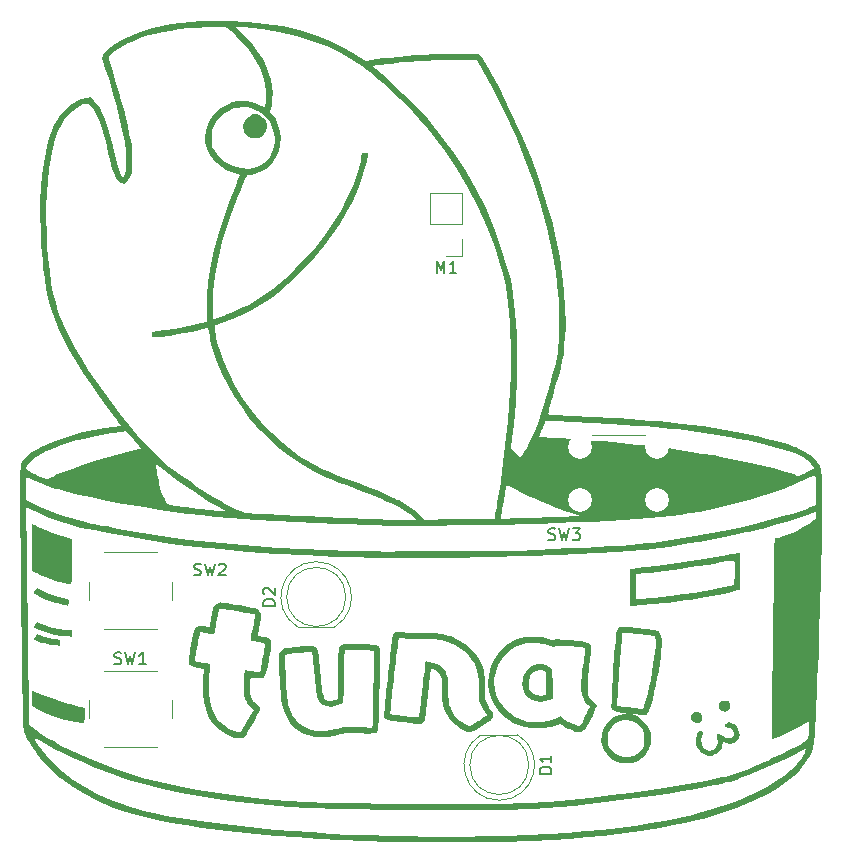
<source format=gto>
G04 #@! TF.GenerationSoftware,KiCad,Pcbnew,9.0.1*
G04 #@! TF.CreationDate,2025-04-26T15:50:14-04:00*
G04 #@! TF.ProjectId,FISH,46495348-2e6b-4696-9361-645f70636258,rev?*
G04 #@! TF.SameCoordinates,Original*
G04 #@! TF.FileFunction,Legend,Top*
G04 #@! TF.FilePolarity,Positive*
%FSLAX46Y46*%
G04 Gerber Fmt 4.6, Leading zero omitted, Abs format (unit mm)*
G04 Created by KiCad (PCBNEW 9.0.1) date 2025-04-26 15:50:14*
%MOMM*%
%LPD*%
G01*
G04 APERTURE LIST*
%ADD10C,0.150000*%
%ADD11C,0.000000*%
%ADD12C,0.120000*%
%ADD13C,1.600000*%
%ADD14O,1.600000X1.600000*%
%ADD15C,1.800000*%
%ADD16R,1.800000X1.800000*%
%ADD17C,2.000000*%
%ADD18R,1.700000X1.700000*%
%ADD19C,1.700000*%
G04 APERTURE END LIST*
D10*
X144994819Y-121508094D02*
X143994819Y-121508094D01*
X143994819Y-121508094D02*
X143994819Y-121269999D01*
X143994819Y-121269999D02*
X144042438Y-121127142D01*
X144042438Y-121127142D02*
X144137676Y-121031904D01*
X144137676Y-121031904D02*
X144232914Y-120984285D01*
X144232914Y-120984285D02*
X144423390Y-120936666D01*
X144423390Y-120936666D02*
X144566247Y-120936666D01*
X144566247Y-120936666D02*
X144756723Y-120984285D01*
X144756723Y-120984285D02*
X144851961Y-121031904D01*
X144851961Y-121031904D02*
X144947200Y-121127142D01*
X144947200Y-121127142D02*
X144994819Y-121269999D01*
X144994819Y-121269999D02*
X144994819Y-121508094D01*
X144090057Y-120555713D02*
X144042438Y-120508094D01*
X144042438Y-120508094D02*
X143994819Y-120412856D01*
X143994819Y-120412856D02*
X143994819Y-120174761D01*
X143994819Y-120174761D02*
X144042438Y-120079523D01*
X144042438Y-120079523D02*
X144090057Y-120031904D01*
X144090057Y-120031904D02*
X144185295Y-119984285D01*
X144185295Y-119984285D02*
X144280533Y-119984285D01*
X144280533Y-119984285D02*
X144423390Y-120031904D01*
X144423390Y-120031904D02*
X144994819Y-120603332D01*
X144994819Y-120603332D02*
X144994819Y-119984285D01*
X168166667Y-115907200D02*
X168309524Y-115954819D01*
X168309524Y-115954819D02*
X168547619Y-115954819D01*
X168547619Y-115954819D02*
X168642857Y-115907200D01*
X168642857Y-115907200D02*
X168690476Y-115859580D01*
X168690476Y-115859580D02*
X168738095Y-115764342D01*
X168738095Y-115764342D02*
X168738095Y-115669104D01*
X168738095Y-115669104D02*
X168690476Y-115573866D01*
X168690476Y-115573866D02*
X168642857Y-115526247D01*
X168642857Y-115526247D02*
X168547619Y-115478628D01*
X168547619Y-115478628D02*
X168357143Y-115431009D01*
X168357143Y-115431009D02*
X168261905Y-115383390D01*
X168261905Y-115383390D02*
X168214286Y-115335771D01*
X168214286Y-115335771D02*
X168166667Y-115240533D01*
X168166667Y-115240533D02*
X168166667Y-115145295D01*
X168166667Y-115145295D02*
X168214286Y-115050057D01*
X168214286Y-115050057D02*
X168261905Y-115002438D01*
X168261905Y-115002438D02*
X168357143Y-114954819D01*
X168357143Y-114954819D02*
X168595238Y-114954819D01*
X168595238Y-114954819D02*
X168738095Y-115002438D01*
X169071429Y-114954819D02*
X169309524Y-115954819D01*
X169309524Y-115954819D02*
X169500000Y-115240533D01*
X169500000Y-115240533D02*
X169690476Y-115954819D01*
X169690476Y-115954819D02*
X169928572Y-114954819D01*
X170214286Y-114954819D02*
X170833333Y-114954819D01*
X170833333Y-114954819D02*
X170500000Y-115335771D01*
X170500000Y-115335771D02*
X170642857Y-115335771D01*
X170642857Y-115335771D02*
X170738095Y-115383390D01*
X170738095Y-115383390D02*
X170785714Y-115431009D01*
X170785714Y-115431009D02*
X170833333Y-115526247D01*
X170833333Y-115526247D02*
X170833333Y-115764342D01*
X170833333Y-115764342D02*
X170785714Y-115859580D01*
X170785714Y-115859580D02*
X170738095Y-115907200D01*
X170738095Y-115907200D02*
X170642857Y-115954819D01*
X170642857Y-115954819D02*
X170357143Y-115954819D01*
X170357143Y-115954819D02*
X170261905Y-115907200D01*
X170261905Y-115907200D02*
X170214286Y-115859580D01*
X138166667Y-118907200D02*
X138309524Y-118954819D01*
X138309524Y-118954819D02*
X138547619Y-118954819D01*
X138547619Y-118954819D02*
X138642857Y-118907200D01*
X138642857Y-118907200D02*
X138690476Y-118859580D01*
X138690476Y-118859580D02*
X138738095Y-118764342D01*
X138738095Y-118764342D02*
X138738095Y-118669104D01*
X138738095Y-118669104D02*
X138690476Y-118573866D01*
X138690476Y-118573866D02*
X138642857Y-118526247D01*
X138642857Y-118526247D02*
X138547619Y-118478628D01*
X138547619Y-118478628D02*
X138357143Y-118431009D01*
X138357143Y-118431009D02*
X138261905Y-118383390D01*
X138261905Y-118383390D02*
X138214286Y-118335771D01*
X138214286Y-118335771D02*
X138166667Y-118240533D01*
X138166667Y-118240533D02*
X138166667Y-118145295D01*
X138166667Y-118145295D02*
X138214286Y-118050057D01*
X138214286Y-118050057D02*
X138261905Y-118002438D01*
X138261905Y-118002438D02*
X138357143Y-117954819D01*
X138357143Y-117954819D02*
X138595238Y-117954819D01*
X138595238Y-117954819D02*
X138738095Y-118002438D01*
X139071429Y-117954819D02*
X139309524Y-118954819D01*
X139309524Y-118954819D02*
X139500000Y-118240533D01*
X139500000Y-118240533D02*
X139690476Y-118954819D01*
X139690476Y-118954819D02*
X139928572Y-117954819D01*
X140261905Y-118050057D02*
X140309524Y-118002438D01*
X140309524Y-118002438D02*
X140404762Y-117954819D01*
X140404762Y-117954819D02*
X140642857Y-117954819D01*
X140642857Y-117954819D02*
X140738095Y-118002438D01*
X140738095Y-118002438D02*
X140785714Y-118050057D01*
X140785714Y-118050057D02*
X140833333Y-118145295D01*
X140833333Y-118145295D02*
X140833333Y-118240533D01*
X140833333Y-118240533D02*
X140785714Y-118383390D01*
X140785714Y-118383390D02*
X140214286Y-118954819D01*
X140214286Y-118954819D02*
X140833333Y-118954819D01*
X131416667Y-126407200D02*
X131559524Y-126454819D01*
X131559524Y-126454819D02*
X131797619Y-126454819D01*
X131797619Y-126454819D02*
X131892857Y-126407200D01*
X131892857Y-126407200D02*
X131940476Y-126359580D01*
X131940476Y-126359580D02*
X131988095Y-126264342D01*
X131988095Y-126264342D02*
X131988095Y-126169104D01*
X131988095Y-126169104D02*
X131940476Y-126073866D01*
X131940476Y-126073866D02*
X131892857Y-126026247D01*
X131892857Y-126026247D02*
X131797619Y-125978628D01*
X131797619Y-125978628D02*
X131607143Y-125931009D01*
X131607143Y-125931009D02*
X131511905Y-125883390D01*
X131511905Y-125883390D02*
X131464286Y-125835771D01*
X131464286Y-125835771D02*
X131416667Y-125740533D01*
X131416667Y-125740533D02*
X131416667Y-125645295D01*
X131416667Y-125645295D02*
X131464286Y-125550057D01*
X131464286Y-125550057D02*
X131511905Y-125502438D01*
X131511905Y-125502438D02*
X131607143Y-125454819D01*
X131607143Y-125454819D02*
X131845238Y-125454819D01*
X131845238Y-125454819D02*
X131988095Y-125502438D01*
X132321429Y-125454819D02*
X132559524Y-126454819D01*
X132559524Y-126454819D02*
X132750000Y-125740533D01*
X132750000Y-125740533D02*
X132940476Y-126454819D01*
X132940476Y-126454819D02*
X133178572Y-125454819D01*
X134083333Y-126454819D02*
X133511905Y-126454819D01*
X133797619Y-126454819D02*
X133797619Y-125454819D01*
X133797619Y-125454819D02*
X133702381Y-125597676D01*
X133702381Y-125597676D02*
X133607143Y-125692914D01*
X133607143Y-125692914D02*
X133511905Y-125740533D01*
X158690476Y-93334819D02*
X158690476Y-92334819D01*
X158690476Y-92334819D02*
X159023809Y-93049104D01*
X159023809Y-93049104D02*
X159357142Y-92334819D01*
X159357142Y-92334819D02*
X159357142Y-93334819D01*
X160357142Y-93334819D02*
X159785714Y-93334819D01*
X160071428Y-93334819D02*
X160071428Y-92334819D01*
X160071428Y-92334819D02*
X159976190Y-92477676D01*
X159976190Y-92477676D02*
X159880952Y-92572914D01*
X159880952Y-92572914D02*
X159785714Y-92620533D01*
X168414819Y-135733094D02*
X167414819Y-135733094D01*
X167414819Y-135733094D02*
X167414819Y-135494999D01*
X167414819Y-135494999D02*
X167462438Y-135352142D01*
X167462438Y-135352142D02*
X167557676Y-135256904D01*
X167557676Y-135256904D02*
X167652914Y-135209285D01*
X167652914Y-135209285D02*
X167843390Y-135161666D01*
X167843390Y-135161666D02*
X167986247Y-135161666D01*
X167986247Y-135161666D02*
X168176723Y-135209285D01*
X168176723Y-135209285D02*
X168271961Y-135256904D01*
X168271961Y-135256904D02*
X168367200Y-135352142D01*
X168367200Y-135352142D02*
X168414819Y-135494999D01*
X168414819Y-135494999D02*
X168414819Y-135733094D01*
X168414819Y-134209285D02*
X168414819Y-134780713D01*
X168414819Y-134494999D02*
X167414819Y-134494999D01*
X167414819Y-134494999D02*
X167557676Y-134590237D01*
X167557676Y-134590237D02*
X167652914Y-134685475D01*
X167652914Y-134685475D02*
X167700533Y-134780713D01*
D11*
G04 #@! TO.C,G*
G36*
X141101498Y-71981371D02*
G01*
X142686144Y-72063223D01*
X144200892Y-72226192D01*
X145649456Y-72471305D01*
X147035550Y-72799591D01*
X148362886Y-73212075D01*
X149635179Y-73709786D01*
X150856141Y-74293751D01*
X152029486Y-74964997D01*
X152142612Y-75035868D01*
X152686509Y-75379308D01*
X153583939Y-75248509D01*
X154131890Y-75175346D01*
X154762736Y-75102591D01*
X155450611Y-75032651D01*
X156169648Y-74967934D01*
X156893981Y-74910845D01*
X157597745Y-74863793D01*
X157907922Y-74846156D01*
X158223901Y-74832123D01*
X158599425Y-74820061D01*
X159019093Y-74810049D01*
X159467504Y-74802164D01*
X159929257Y-74796487D01*
X160388950Y-74793094D01*
X160831182Y-74792064D01*
X161240551Y-74793476D01*
X161601657Y-74797407D01*
X161899097Y-74803937D01*
X162117470Y-74813144D01*
X162235849Y-74824135D01*
X162308759Y-74840382D01*
X162372548Y-74871441D01*
X162437798Y-74930992D01*
X162515092Y-75032714D01*
X162615010Y-75190287D01*
X162748137Y-75417390D01*
X162898070Y-75680175D01*
X163965668Y-77635776D01*
X164949112Y-79593546D01*
X165845440Y-81546412D01*
X166651691Y-83487302D01*
X167364904Y-85409145D01*
X167982117Y-87304868D01*
X168428381Y-88887826D01*
X168800332Y-90432457D01*
X169104691Y-91956317D01*
X169340023Y-93448406D01*
X169504896Y-94897722D01*
X169597877Y-96293262D01*
X169617532Y-97624027D01*
X169610374Y-97960813D01*
X169575967Y-98772806D01*
X169520630Y-99501297D01*
X169440870Y-100170157D01*
X169333195Y-100803258D01*
X169194112Y-101424470D01*
X169020125Y-102057664D01*
X169002010Y-102118129D01*
X168932939Y-102353497D01*
X168843331Y-102668315D01*
X168740362Y-103036841D01*
X168631206Y-103433336D01*
X168523038Y-103832058D01*
X168491025Y-103951356D01*
X168396232Y-104304200D01*
X168309494Y-104624384D01*
X168235151Y-104896097D01*
X168177545Y-105103530D01*
X168141017Y-105230873D01*
X168131168Y-105261888D01*
X168134958Y-105291550D01*
X168180914Y-105314842D01*
X168282439Y-105333474D01*
X168452939Y-105349153D01*
X168705819Y-105363591D01*
X169041629Y-105377992D01*
X169788871Y-105409987D01*
X170594964Y-105449217D01*
X171446116Y-105494736D01*
X172328536Y-105545595D01*
X173228431Y-105600846D01*
X174132009Y-105659540D01*
X175025480Y-105720730D01*
X175895050Y-105783467D01*
X176726929Y-105846802D01*
X177507323Y-105909789D01*
X178222442Y-105971478D01*
X178858494Y-106030921D01*
X179401686Y-106087171D01*
X179473447Y-106095178D01*
X180340466Y-106201803D01*
X181245681Y-106329544D01*
X182174479Y-106475466D01*
X183112248Y-106636634D01*
X184044374Y-106810116D01*
X184956244Y-106992976D01*
X185833246Y-107182280D01*
X186660767Y-107375094D01*
X187424193Y-107568484D01*
X188108912Y-107759516D01*
X188700311Y-107945254D01*
X188719700Y-107951813D01*
X189116535Y-108104492D01*
X189527029Y-108294128D01*
X189923182Y-108505522D01*
X190276990Y-108723475D01*
X190560451Y-108932789D01*
X190616118Y-108981148D01*
X190796213Y-109152209D01*
X190940241Y-109314199D01*
X191052988Y-109482542D01*
X191139242Y-109672667D01*
X191203790Y-109900000D01*
X191251419Y-110179967D01*
X191286916Y-110527994D01*
X191315068Y-110959510D01*
X191331426Y-111286295D01*
X191343699Y-111658469D01*
X191350881Y-112132292D01*
X191353171Y-112700762D01*
X191350765Y-113356875D01*
X191343861Y-114093630D01*
X191332656Y-114904024D01*
X191317347Y-115781056D01*
X191298133Y-116717723D01*
X191275209Y-117707022D01*
X191248775Y-118741952D01*
X191219026Y-119815510D01*
X191186161Y-120920694D01*
X191150376Y-122050501D01*
X191111870Y-123197930D01*
X191070839Y-124355977D01*
X191027481Y-125517642D01*
X190981993Y-126675921D01*
X190934573Y-127823812D01*
X190885417Y-128954313D01*
X190834724Y-130060422D01*
X190782691Y-131135136D01*
X190758387Y-131616513D01*
X190730054Y-132139752D01*
X190702006Y-132569814D01*
X190671373Y-132922260D01*
X190635288Y-133212647D01*
X190590882Y-133456534D01*
X190535287Y-133669478D01*
X190465635Y-133867039D01*
X190379059Y-134064774D01*
X190272689Y-134278243D01*
X190264963Y-134293147D01*
X189924016Y-134843254D01*
X189479099Y-135384893D01*
X188934863Y-135915435D01*
X188295962Y-136432255D01*
X187567047Y-136932724D01*
X186752771Y-137414215D01*
X185857785Y-137874101D01*
X184886742Y-138309755D01*
X183844294Y-138718549D01*
X182735093Y-139097856D01*
X181563792Y-139445049D01*
X180778800Y-139650407D01*
X179743099Y-139895402D01*
X178684518Y-140120663D01*
X177595057Y-140327154D01*
X176466719Y-140515839D01*
X175291504Y-140687682D01*
X174061414Y-140843646D01*
X172768450Y-140984696D01*
X171404613Y-141111795D01*
X169961905Y-141225908D01*
X168432326Y-141327998D01*
X166807879Y-141419029D01*
X165631263Y-141475726D01*
X165301904Y-141487883D01*
X164875723Y-141499235D01*
X164364675Y-141509728D01*
X163780716Y-141519307D01*
X163135800Y-141527916D01*
X162441882Y-141535501D01*
X161710917Y-141542005D01*
X160954861Y-141547374D01*
X160185668Y-141551553D01*
X159415294Y-141554485D01*
X158655694Y-141556117D01*
X157918821Y-141556393D01*
X157216633Y-141555257D01*
X156561083Y-141552655D01*
X155964127Y-141548530D01*
X155437719Y-141542829D01*
X154993815Y-141535495D01*
X154644539Y-141526479D01*
X152596961Y-141449709D01*
X150614061Y-141357387D01*
X148699005Y-141249876D01*
X146854961Y-141127540D01*
X145085096Y-140990742D01*
X143392576Y-140839845D01*
X141780570Y-140675212D01*
X140252243Y-140497207D01*
X138810762Y-140306193D01*
X137459296Y-140102533D01*
X136201011Y-139886590D01*
X135039073Y-139658728D01*
X133976650Y-139419310D01*
X133016909Y-139168698D01*
X132355385Y-138970093D01*
X131147116Y-138539906D01*
X129992787Y-138041506D01*
X128903356Y-137480597D01*
X127889778Y-136862883D01*
X126963012Y-136194069D01*
X126849537Y-136103713D01*
X126515492Y-135818812D01*
X126153114Y-135482622D01*
X125783365Y-135116785D01*
X125427204Y-134742948D01*
X125105591Y-134382755D01*
X124839486Y-134057850D01*
X124743166Y-133928550D01*
X124502464Y-133566732D01*
X124266117Y-133165713D01*
X124051444Y-132757964D01*
X123969852Y-132580545D01*
X124539828Y-132580545D01*
X124570050Y-132668842D01*
X124654780Y-132829998D01*
X124785112Y-133048490D01*
X124952141Y-133308795D01*
X124991850Y-133368522D01*
X125588496Y-134165213D01*
X126282383Y-134918571D01*
X127070018Y-135626312D01*
X127947905Y-136286152D01*
X128912551Y-136895809D01*
X129960460Y-137452998D01*
X131088138Y-137955436D01*
X132292091Y-138400840D01*
X133066146Y-138644641D01*
X133884572Y-138867023D01*
X134804910Y-139081949D01*
X135820512Y-139288879D01*
X136924730Y-139487278D01*
X138110918Y-139676605D01*
X139372426Y-139856325D01*
X140702609Y-140025898D01*
X142094817Y-140184788D01*
X143542404Y-140332455D01*
X145038722Y-140468363D01*
X146577124Y-140591973D01*
X148150961Y-140702748D01*
X149753587Y-140800149D01*
X151378353Y-140883640D01*
X153018612Y-140952681D01*
X154667717Y-141006736D01*
X156319020Y-141045266D01*
X157965874Y-141067733D01*
X159601630Y-141073600D01*
X161219641Y-141062329D01*
X162639828Y-141037437D01*
X164553678Y-140985063D01*
X166366347Y-140916884D01*
X168084375Y-140832215D01*
X169714304Y-140730373D01*
X171262675Y-140610676D01*
X172736031Y-140472439D01*
X174140912Y-140314979D01*
X175483860Y-140137612D01*
X176771416Y-139939656D01*
X178010122Y-139720427D01*
X179206518Y-139479240D01*
X180367147Y-139215414D01*
X180584349Y-139162625D01*
X181758995Y-138850462D01*
X182877730Y-138505638D01*
X183935643Y-138130895D01*
X184927819Y-137728973D01*
X185849346Y-137302615D01*
X186695311Y-136854562D01*
X187460800Y-136387555D01*
X188140900Y-135904336D01*
X188730698Y-135407647D01*
X189225281Y-134900229D01*
X189619735Y-134384823D01*
X189847249Y-133994004D01*
X189924680Y-133829444D01*
X189984000Y-133684956D01*
X189994837Y-133653146D01*
X190010266Y-133588946D01*
X189991179Y-133570023D01*
X189919012Y-133599838D01*
X189775200Y-133681853D01*
X189744789Y-133699763D01*
X189384021Y-133901934D01*
X188939173Y-134134055D01*
X188428004Y-134387855D01*
X187868276Y-134655061D01*
X187277751Y-134927401D01*
X186674189Y-135196602D01*
X186075352Y-135454392D01*
X185499002Y-135692497D01*
X185271872Y-135783082D01*
X184807258Y-135964550D01*
X184421569Y-136110598D01*
X184093525Y-136228132D01*
X183801842Y-136324059D01*
X183525241Y-136405286D01*
X183242439Y-136478721D01*
X182932155Y-136551269D01*
X182845289Y-136570632D01*
X181793426Y-136792467D01*
X180659066Y-137011704D01*
X179456688Y-137226474D01*
X178200771Y-137434905D01*
X176905794Y-137635129D01*
X175586237Y-137825275D01*
X174256577Y-138003473D01*
X172931293Y-138167854D01*
X171624866Y-138316547D01*
X170351773Y-138447684D01*
X169126495Y-138559393D01*
X167963508Y-138649805D01*
X166877294Y-138717051D01*
X165903211Y-138758611D01*
X165190914Y-138777604D01*
X164383276Y-138793240D01*
X163492098Y-138805596D01*
X162529180Y-138814750D01*
X161506322Y-138820778D01*
X160435324Y-138823758D01*
X159327986Y-138823766D01*
X158196109Y-138820880D01*
X157051491Y-138815177D01*
X155905935Y-138806734D01*
X154771238Y-138795627D01*
X153659203Y-138781934D01*
X152581628Y-138765733D01*
X151550314Y-138747099D01*
X150577061Y-138726111D01*
X149673669Y-138702844D01*
X148851939Y-138677378D01*
X148123669Y-138649787D01*
X147927408Y-138641208D01*
X146210311Y-138545105D01*
X144508520Y-138413654D01*
X142832690Y-138248451D01*
X141193477Y-138051094D01*
X139601538Y-137823180D01*
X138067527Y-137566306D01*
X136602100Y-137282069D01*
X135215915Y-136972065D01*
X133919625Y-136637893D01*
X133227912Y-136438076D01*
X132346685Y-136158910D01*
X131443285Y-135847062D01*
X130531376Y-135508530D01*
X129624619Y-135149314D01*
X128736679Y-134775414D01*
X127881218Y-134392829D01*
X127071900Y-134007558D01*
X126322388Y-133625601D01*
X125646345Y-133252958D01*
X125057435Y-132895627D01*
X124852569Y-132760522D01*
X124698594Y-132660360D01*
X124586933Y-132595666D01*
X124540100Y-132579395D01*
X124539828Y-132580545D01*
X123969852Y-132580545D01*
X123875765Y-132375957D01*
X123777217Y-132117558D01*
X123763344Y-132075214D01*
X123750541Y-132031515D01*
X123738707Y-131981888D01*
X123727737Y-131921760D01*
X123717532Y-131846558D01*
X123707987Y-131751708D01*
X123699001Y-131632639D01*
X123690472Y-131484775D01*
X123682297Y-131303545D01*
X123674374Y-131084375D01*
X123666601Y-130822693D01*
X123658875Y-130513924D01*
X123651094Y-130153495D01*
X123643156Y-129736835D01*
X123634958Y-129259369D01*
X123626399Y-128716524D01*
X123617375Y-128103727D01*
X123607785Y-127416406D01*
X123597526Y-126649986D01*
X123586496Y-125799895D01*
X123574593Y-124861560D01*
X123561715Y-123830408D01*
X123547758Y-122701864D01*
X123532621Y-121471357D01*
X123524765Y-120831691D01*
X123508581Y-119525539D01*
X123493498Y-118323679D01*
X123479636Y-117221629D01*
X123467110Y-116214907D01*
X123456039Y-115299031D01*
X123446539Y-114469517D01*
X123438729Y-113721884D01*
X123433435Y-113131059D01*
X123930467Y-113131059D01*
X123964326Y-114751397D01*
X123969050Y-115004052D01*
X123974811Y-115357433D01*
X123981508Y-115803493D01*
X123989037Y-116334185D01*
X123997296Y-116941462D01*
X124006184Y-117617276D01*
X124015597Y-118353580D01*
X124025433Y-119142327D01*
X124035591Y-119975470D01*
X124045967Y-120844961D01*
X124056459Y-121742754D01*
X124066965Y-122660800D01*
X124077382Y-123591053D01*
X124081440Y-123959100D01*
X124164694Y-131546466D01*
X124403123Y-131769665D01*
X124737396Y-132048179D01*
X125166902Y-132350188D01*
X125681765Y-132671175D01*
X126272109Y-133006624D01*
X126928055Y-133352019D01*
X127639728Y-133702845D01*
X128397249Y-134054585D01*
X129190743Y-134402723D01*
X130010331Y-134742743D01*
X130846136Y-135070129D01*
X131688282Y-135380364D01*
X132526892Y-135668934D01*
X133352089Y-135931322D01*
X133786081Y-136059798D01*
X135246741Y-136448219D01*
X136803614Y-136800132D01*
X138457668Y-137115678D01*
X140209870Y-137395000D01*
X142061186Y-137638240D01*
X144012583Y-137845543D01*
X146065028Y-138017049D01*
X147832017Y-138131522D01*
X148282696Y-138153575D01*
X148832580Y-138174453D01*
X149472102Y-138194083D01*
X150191692Y-138212390D01*
X150981782Y-138229302D01*
X151832804Y-138244743D01*
X152735190Y-138258640D01*
X153679371Y-138270919D01*
X154655779Y-138281505D01*
X155654845Y-138290326D01*
X156667001Y-138297306D01*
X157682678Y-138302372D01*
X158692309Y-138305450D01*
X159686325Y-138306466D01*
X160655156Y-138305345D01*
X161589236Y-138302014D01*
X162478996Y-138296399D01*
X163314867Y-138288426D01*
X164087280Y-138278021D01*
X164786668Y-138265109D01*
X164869807Y-138263286D01*
X165411790Y-138249609D01*
X165960328Y-138232905D01*
X166496956Y-138213934D01*
X167003213Y-138193455D01*
X167460636Y-138172228D01*
X167850762Y-138151010D01*
X168155130Y-138130562D01*
X168214775Y-138125734D01*
X169963583Y-137966077D01*
X171712535Y-137783931D01*
X173448359Y-137581204D01*
X175157784Y-137359808D01*
X176827538Y-137121652D01*
X178444350Y-136868646D01*
X179994947Y-136602701D01*
X181466057Y-136325726D01*
X182844410Y-136039631D01*
X183095966Y-135984121D01*
X183363128Y-135913608D01*
X183713754Y-135804025D01*
X184132157Y-135661046D01*
X184602650Y-135490346D01*
X185109547Y-135297598D01*
X185637159Y-135088477D01*
X186108993Y-134894216D01*
X186380188Y-134776205D01*
X186713028Y-134624542D01*
X187091488Y-134447147D01*
X187499543Y-134251936D01*
X187921169Y-134046826D01*
X188340342Y-133839735D01*
X188741036Y-133638581D01*
X189107228Y-133451281D01*
X189422894Y-133285752D01*
X189672008Y-133149912D01*
X189838546Y-133051678D01*
X189839731Y-133050918D01*
X190171112Y-132838208D01*
X190206862Y-132415287D01*
X190225328Y-132143203D01*
X190238241Y-131850497D01*
X190242612Y-131621766D01*
X190242612Y-131251166D01*
X189766570Y-131541180D01*
X189506108Y-131693160D01*
X189205066Y-131857819D01*
X188877932Y-132028366D01*
X188539196Y-132198009D01*
X188203348Y-132359956D01*
X187884875Y-132507414D01*
X187598268Y-132633590D01*
X187358016Y-132731693D01*
X187178607Y-132794930D01*
X187074532Y-132816509D01*
X187056752Y-132811499D01*
X187055102Y-132755549D01*
X187055205Y-132596743D01*
X187056979Y-132340989D01*
X187060347Y-131994196D01*
X187065227Y-131562271D01*
X187071539Y-131051123D01*
X187079204Y-130466659D01*
X187088141Y-129814789D01*
X187098271Y-129101419D01*
X187109514Y-128332458D01*
X187121789Y-127513815D01*
X187135017Y-126651397D01*
X187149118Y-125751113D01*
X187164012Y-124818870D01*
X187169631Y-124471725D01*
X187184971Y-123526362D01*
X187199825Y-122609016D01*
X187214097Y-121725743D01*
X187227690Y-120882598D01*
X187240508Y-120085635D01*
X187252454Y-119340911D01*
X187263431Y-118654480D01*
X187273343Y-118032397D01*
X187282093Y-117480718D01*
X187289585Y-117005497D01*
X187295721Y-116612791D01*
X187300406Y-116308654D01*
X187303543Y-116099141D01*
X187305035Y-115990307D01*
X187305150Y-115977408D01*
X187323783Y-115845973D01*
X187384508Y-115801034D01*
X187393860Y-115800642D01*
X187479911Y-115783961D01*
X187642945Y-115738893D01*
X187857244Y-115672900D01*
X188032940Y-115615238D01*
X188600372Y-115401822D01*
X189171403Y-115145770D01*
X189718352Y-114861492D01*
X190213541Y-114563395D01*
X190629291Y-114265886D01*
X190636937Y-114259775D01*
X190761628Y-114148627D01*
X190821570Y-114046492D01*
X190839971Y-113904210D01*
X190840899Y-113827690D01*
X190836164Y-113669408D01*
X190815794Y-113597430D01*
X190770545Y-113589467D01*
X190745717Y-113598253D01*
X190344547Y-113752785D01*
X189851840Y-113924659D01*
X189282652Y-114109507D01*
X188652036Y-114302961D01*
X187975047Y-114500652D01*
X187266740Y-114698214D01*
X186542169Y-114891278D01*
X185816389Y-115075476D01*
X185104455Y-115246441D01*
X184912419Y-115290712D01*
X184192179Y-115449814D01*
X183415725Y-115611651D01*
X182597791Y-115773730D01*
X181753114Y-115933559D01*
X180896427Y-116088646D01*
X180042466Y-116236499D01*
X179205965Y-116374623D01*
X178401661Y-116500528D01*
X177644288Y-116611721D01*
X176948582Y-116705708D01*
X176329277Y-116779999D01*
X175801108Y-116832100D01*
X175798902Y-116832285D01*
X175331870Y-116868842D01*
X174770295Y-116908305D01*
X174128356Y-116949888D01*
X173420226Y-116992808D01*
X172660081Y-117036278D01*
X171862098Y-117079514D01*
X171040451Y-117121732D01*
X170209316Y-117162144D01*
X169382869Y-117199968D01*
X168575285Y-117234418D01*
X168432333Y-117240227D01*
X166941567Y-117295481D01*
X165408622Y-117343042D01*
X163846696Y-117382824D01*
X162268984Y-117414741D01*
X160688684Y-117438706D01*
X159118992Y-117454633D01*
X157573106Y-117462435D01*
X156064220Y-117462025D01*
X154605533Y-117453316D01*
X153210241Y-117436223D01*
X151891540Y-117410659D01*
X150662627Y-117376537D01*
X150184582Y-117359934D01*
X147604942Y-117247997D01*
X145126495Y-117106728D01*
X142749722Y-116936175D01*
X140475105Y-116736388D01*
X138303125Y-116507415D01*
X136234265Y-116249306D01*
X134269005Y-115962109D01*
X132407828Y-115645874D01*
X131338543Y-115441669D01*
X130958399Y-115366546D01*
X130547256Y-115286436D01*
X130144783Y-115208998D01*
X129790652Y-115141892D01*
X129652462Y-115116148D01*
X128619875Y-114898674D01*
X127604619Y-114633071D01*
X126626460Y-114325847D01*
X125705167Y-113983507D01*
X124860507Y-113612555D01*
X124439109Y-113400462D01*
X123930467Y-113131059D01*
X123433435Y-113131059D01*
X123432724Y-113051649D01*
X123428644Y-112454329D01*
X123426604Y-111925443D01*
X123426722Y-111460507D01*
X123429117Y-111055040D01*
X123429254Y-111045045D01*
X123949526Y-111045045D01*
X123950593Y-111318836D01*
X123953884Y-111593497D01*
X123968736Y-112553376D01*
X124403854Y-112794316D01*
X125123358Y-113158748D01*
X125928600Y-113505938D01*
X126796964Y-113828230D01*
X127705831Y-114117969D01*
X128632583Y-114367499D01*
X129554604Y-114569165D01*
X129760232Y-114607364D01*
X130042929Y-114659513D01*
X130394152Y-114726459D01*
X130775929Y-114800850D01*
X131150287Y-114875334D01*
X131284154Y-114902429D01*
X132759095Y-115183554D01*
X134332089Y-115447083D01*
X135993684Y-115692049D01*
X137734431Y-115917483D01*
X139544880Y-116122416D01*
X141415582Y-116305880D01*
X143337087Y-116466906D01*
X145299944Y-116604527D01*
X147294705Y-116717774D01*
X149311918Y-116805677D01*
X150130192Y-116833755D01*
X150590676Y-116848440D01*
X151035952Y-116862858D01*
X151449311Y-116876454D01*
X151814043Y-116888669D01*
X152113442Y-116898946D01*
X152330798Y-116906728D01*
X152414560Y-116909955D01*
X152596513Y-116914660D01*
X152878042Y-116918307D01*
X153249951Y-116920946D01*
X153703044Y-116922627D01*
X154228123Y-116923400D01*
X154815993Y-116923316D01*
X155457455Y-116922423D01*
X156143313Y-116920773D01*
X156864371Y-116918416D01*
X157611431Y-116915401D01*
X158375296Y-116911780D01*
X159146771Y-116907600D01*
X159916658Y-116902914D01*
X160675760Y-116897771D01*
X161414881Y-116892221D01*
X162124823Y-116886314D01*
X162796391Y-116880101D01*
X163420386Y-116873631D01*
X163987613Y-116866954D01*
X164488874Y-116860121D01*
X164914972Y-116853182D01*
X165256712Y-116846187D01*
X165504895Y-116839185D01*
X165522483Y-116838551D01*
X167096846Y-116778450D01*
X168562790Y-116718515D01*
X169920675Y-116658725D01*
X171170863Y-116599058D01*
X172313714Y-116539494D01*
X173349588Y-116480013D01*
X174278846Y-116420592D01*
X175101848Y-116361212D01*
X175818956Y-116301851D01*
X176430529Y-116242489D01*
X176936928Y-116183104D01*
X176998715Y-116174887D01*
X178525239Y-115956148D01*
X180028465Y-115716370D01*
X181498994Y-115457633D01*
X182927430Y-115182016D01*
X184304375Y-114891600D01*
X185620433Y-114588464D01*
X186866205Y-114274687D01*
X188032296Y-113952350D01*
X189109308Y-113623533D01*
X190087843Y-113290315D01*
X190174625Y-113258768D01*
X190840899Y-113015135D01*
X190840512Y-112082728D01*
X190838333Y-111743166D01*
X190832568Y-111411995D01*
X190823958Y-111117102D01*
X190813246Y-110886372D01*
X190806121Y-110790355D01*
X190772117Y-110430390D01*
X190167429Y-110714512D01*
X189035150Y-111213240D01*
X187814074Y-111689275D01*
X186522816Y-112137118D01*
X185179992Y-112551274D01*
X183804217Y-112926244D01*
X182414105Y-113256532D01*
X181028272Y-113536639D01*
X180044539Y-113704007D01*
X179361806Y-113800802D01*
X178573856Y-113894666D01*
X177684221Y-113985369D01*
X176696428Y-114072681D01*
X175614010Y-114156370D01*
X174440494Y-114236206D01*
X173179412Y-114311960D01*
X171834292Y-114383399D01*
X170408666Y-114450295D01*
X168906061Y-114512416D01*
X167330010Y-114569533D01*
X166256745Y-114604208D01*
X165628002Y-114622042D01*
X164934482Y-114638948D01*
X164186746Y-114654834D01*
X163395357Y-114669606D01*
X162570877Y-114683171D01*
X161723868Y-114695437D01*
X160864894Y-114706311D01*
X160004516Y-114715699D01*
X159153298Y-114723509D01*
X158321801Y-114729648D01*
X157520587Y-114734023D01*
X156760220Y-114736541D01*
X156051262Y-114737109D01*
X155404275Y-114735634D01*
X154829822Y-114732024D01*
X154338465Y-114726184D01*
X153940766Y-114718023D01*
X153801498Y-114713788D01*
X153113322Y-114688973D01*
X152366139Y-114660035D01*
X151570412Y-114627496D01*
X150736605Y-114591879D01*
X149875179Y-114553703D01*
X148996597Y-114513490D01*
X148111323Y-114471762D01*
X147229819Y-114429040D01*
X146362548Y-114385845D01*
X145519972Y-114342698D01*
X144712556Y-114300121D01*
X143950760Y-114258635D01*
X143245049Y-114218762D01*
X142605885Y-114181023D01*
X142043730Y-114145938D01*
X141569048Y-114114030D01*
X141192301Y-114085819D01*
X141183083Y-114085073D01*
X140047451Y-113983316D01*
X138869606Y-113859675D01*
X137661908Y-113716236D01*
X136436718Y-113555089D01*
X135206396Y-113378322D01*
X133983304Y-113188021D01*
X132779801Y-112986276D01*
X131608250Y-112775175D01*
X130481010Y-112556804D01*
X129410442Y-112333253D01*
X128408906Y-112106610D01*
X127488765Y-111878962D01*
X126662378Y-111652397D01*
X126501375Y-111604993D01*
X125933244Y-111427022D01*
X125395327Y-111242195D01*
X124909487Y-111058570D01*
X124497586Y-110884207D01*
X124327115Y-110803475D01*
X124154726Y-110719439D01*
X124024392Y-110658708D01*
X123962840Y-110633710D01*
X123961899Y-110633618D01*
X123955323Y-110685108D01*
X123951150Y-110828026D01*
X123949526Y-111045045D01*
X123429254Y-111045045D01*
X123433904Y-110704559D01*
X123441201Y-110404581D01*
X123451127Y-110150624D01*
X123463797Y-109938206D01*
X123470300Y-109864782D01*
X123955161Y-109864782D01*
X123972656Y-109967185D01*
X124054065Y-110042276D01*
X124212935Y-110143931D01*
X124427958Y-110262295D01*
X124677827Y-110387516D01*
X124941233Y-110509740D01*
X125196869Y-110619113D01*
X125423426Y-110705781D01*
X125599596Y-110759891D01*
X125704071Y-110771589D01*
X125709207Y-110770233D01*
X125777607Y-110742801D01*
X125924676Y-110681003D01*
X126129300Y-110593789D01*
X126370364Y-110490110D01*
X126389079Y-110482025D01*
X127093087Y-110193400D01*
X127885301Y-109896397D01*
X128660359Y-109627154D01*
X134936835Y-109627154D01*
X134955912Y-109809476D01*
X134990598Y-110054716D01*
X135037115Y-110341191D01*
X135091682Y-110647217D01*
X135150520Y-110951112D01*
X135209849Y-111231192D01*
X135265889Y-111465776D01*
X135290209Y-111554809D01*
X135399414Y-111881107D01*
X135533031Y-112202756D01*
X135678202Y-112493703D01*
X135822069Y-112727888D01*
X135937414Y-112866358D01*
X136009861Y-112920263D01*
X136111382Y-112964361D01*
X136261321Y-113003611D01*
X136479020Y-113042972D01*
X136783822Y-113087402D01*
X136817781Y-113092035D01*
X137176057Y-113139303D01*
X137579494Y-113190137D01*
X138011972Y-113242729D01*
X138457372Y-113295274D01*
X138899576Y-113345963D01*
X139322464Y-113392991D01*
X139709917Y-113434550D01*
X140045817Y-113468834D01*
X140314045Y-113494035D01*
X140498481Y-113508347D01*
X140554010Y-113510850D01*
X140822367Y-113516274D01*
X140064502Y-113073827D01*
X139463235Y-112713574D01*
X138840987Y-112323765D01*
X138214373Y-111915829D01*
X137600008Y-111501192D01*
X137014507Y-111091283D01*
X136474486Y-110697529D01*
X135996560Y-110331357D01*
X135597343Y-110004196D01*
X135580942Y-109990098D01*
X135313192Y-109765261D01*
X135115167Y-109612052D01*
X134989246Y-109532172D01*
X134937808Y-109527324D01*
X134937148Y-109529432D01*
X134936835Y-109627154D01*
X128660359Y-109627154D01*
X128746146Y-109597353D01*
X129656049Y-109302600D01*
X130595435Y-109018475D01*
X131544730Y-108751312D01*
X132484360Y-108507444D01*
X132511017Y-108500845D01*
X132848126Y-108415723D01*
X133145788Y-108337125D01*
X133389111Y-108269271D01*
X133563203Y-108216377D01*
X133653173Y-108182661D01*
X133662229Y-108174809D01*
X133623939Y-108123244D01*
X133525424Y-108004448D01*
X133378697Y-107832523D01*
X133195766Y-107621572D01*
X133033409Y-107436440D01*
X132416711Y-106736537D01*
X132081589Y-106784194D01*
X131132987Y-106925818D01*
X130282607Y-107067384D01*
X129519916Y-107211076D01*
X128834380Y-107359082D01*
X128215466Y-107513588D01*
X127652638Y-107676778D01*
X127422483Y-107751085D01*
X126730362Y-107991920D01*
X126133493Y-108222246D01*
X125619576Y-108447841D01*
X125176312Y-108674487D01*
X124791401Y-108907962D01*
X124475463Y-109135943D01*
X124277362Y-109316979D01*
X124116129Y-109512820D01*
X124004488Y-109702432D01*
X123955161Y-109864782D01*
X123470300Y-109864782D01*
X123479329Y-109762845D01*
X123497841Y-109620057D01*
X123519450Y-109505361D01*
X123544273Y-109414273D01*
X123572428Y-109342313D01*
X123604032Y-109284996D01*
X123639202Y-109237841D01*
X123678056Y-109196366D01*
X123720710Y-109156087D01*
X123767283Y-109112523D01*
X123817891Y-109061191D01*
X123833307Y-109044248D01*
X124094137Y-108785148D01*
X124405800Y-108540200D01*
X124779535Y-108302931D01*
X125226582Y-108066870D01*
X125758182Y-107825545D01*
X126385573Y-107572485D01*
X126397323Y-107567971D01*
X127158044Y-107295781D01*
X127945945Y-107054526D01*
X128779044Y-106839764D01*
X129675363Y-106647053D01*
X130652919Y-106471949D01*
X131175374Y-106389976D01*
X131454646Y-106347065D01*
X131692933Y-106308715D01*
X131870843Y-106278182D01*
X131968981Y-106258724D01*
X131981873Y-106254531D01*
X131956762Y-106208306D01*
X131875375Y-106093950D01*
X131749878Y-105927883D01*
X131592437Y-105726522D01*
X131565508Y-105692645D01*
X130819175Y-104730149D01*
X130096588Y-103747786D01*
X129406150Y-102758618D01*
X128756261Y-101775706D01*
X128155324Y-100812113D01*
X127611740Y-99880901D01*
X127133910Y-98995131D01*
X126741981Y-98193433D01*
X126451393Y-97522752D01*
X126200171Y-96853332D01*
X125984386Y-96168756D01*
X125800105Y-95452609D01*
X125643396Y-94688472D01*
X125510328Y-93859930D01*
X125396969Y-92950567D01*
X125331612Y-92304282D01*
X125226377Y-90973801D01*
X125161888Y-89684482D01*
X125137519Y-88441838D01*
X125146508Y-87734232D01*
X125660782Y-87734232D01*
X125663618Y-88925616D01*
X125684310Y-89672035D01*
X125745209Y-90940112D01*
X125831025Y-92107827D01*
X125942662Y-93180911D01*
X126081027Y-94165098D01*
X126247025Y-95066121D01*
X126441559Y-95889714D01*
X126665537Y-96641609D01*
X126875783Y-97218697D01*
X127209299Y-97987769D01*
X127618375Y-98815167D01*
X128094915Y-99689681D01*
X128630825Y-100600103D01*
X129218011Y-101535223D01*
X129848379Y-102483832D01*
X130513834Y-103434722D01*
X131206282Y-104376682D01*
X131917628Y-105298504D01*
X132639779Y-106188979D01*
X133364639Y-107036898D01*
X134084115Y-107831051D01*
X134790113Y-108560230D01*
X135474537Y-109213224D01*
X135653216Y-109373806D01*
X136078631Y-109733308D01*
X136584499Y-110131012D01*
X137154507Y-110555428D01*
X137772342Y-110995068D01*
X138421690Y-111438442D01*
X139086239Y-111874061D01*
X139749674Y-112290435D01*
X140068094Y-112483167D01*
X140406431Y-112679216D01*
X140766208Y-112877065D01*
X141131165Y-113068772D01*
X141485040Y-113246394D01*
X141811570Y-113401990D01*
X142094497Y-113527617D01*
X142317557Y-113615333D01*
X142464490Y-113657196D01*
X142474708Y-113658593D01*
X142624681Y-113671809D01*
X142874209Y-113689063D01*
X143214161Y-113709928D01*
X143635404Y-113733977D01*
X144128807Y-113760784D01*
X144685236Y-113789921D01*
X145295560Y-113820962D01*
X145950646Y-113853479D01*
X146641363Y-113887048D01*
X147358578Y-113921240D01*
X148093159Y-113955628D01*
X148835973Y-113989787D01*
X149577890Y-114023288D01*
X150309776Y-114055706D01*
X151022499Y-114086614D01*
X151706927Y-114115585D01*
X152353928Y-114142192D01*
X152954370Y-114166008D01*
X153499121Y-114186607D01*
X153979048Y-114203561D01*
X154385019Y-114216445D01*
X154454175Y-114218429D01*
X155056934Y-114235100D01*
X155559584Y-114248300D01*
X155970735Y-114258091D01*
X156299001Y-114264535D01*
X156552993Y-114267695D01*
X156741324Y-114267634D01*
X156872604Y-114264413D01*
X156955448Y-114258094D01*
X156998465Y-114248742D01*
X157010289Y-114236937D01*
X156968008Y-114177936D01*
X156854284Y-114073669D01*
X156688329Y-113938994D01*
X156489354Y-113788770D01*
X156276569Y-113637855D01*
X156069185Y-113501108D01*
X156017511Y-113469092D01*
X155755562Y-113314117D01*
X155483229Y-113163415D01*
X155190213Y-113012450D01*
X154866217Y-112856687D01*
X154500942Y-112691588D01*
X154084091Y-112512617D01*
X153605365Y-112315239D01*
X153054467Y-112094917D01*
X152421099Y-111847114D01*
X151734689Y-111582522D01*
X151298297Y-111414310D01*
X150863436Y-111245029D01*
X150448824Y-111082087D01*
X150073180Y-110932892D01*
X149755221Y-110804850D01*
X149513666Y-110705369D01*
X149450321Y-110678534D01*
X148389172Y-110178832D01*
X147371477Y-109605238D01*
X146375454Y-108944805D01*
X145752242Y-108480614D01*
X145426864Y-108213504D01*
X145051708Y-107881125D01*
X144645879Y-107502401D01*
X144228482Y-107096253D01*
X143818622Y-106681606D01*
X143435404Y-106277381D01*
X143097933Y-105902501D01*
X142846500Y-105602569D01*
X142183775Y-104716477D01*
X141573013Y-103786860D01*
X141021199Y-102828179D01*
X140535321Y-101854897D01*
X140122364Y-100881475D01*
X139789315Y-99922374D01*
X139543161Y-98992057D01*
X139465798Y-98604627D01*
X139424437Y-98376777D01*
X139388811Y-98186755D01*
X139364117Y-98061995D01*
X139357270Y-98031821D01*
X139313608Y-98008168D01*
X139196712Y-98017905D01*
X138995153Y-98062593D01*
X138849546Y-98101131D01*
X138403897Y-98214748D01*
X137889845Y-98331931D01*
X137347132Y-98444525D01*
X136815500Y-98544374D01*
X136334693Y-98623323D01*
X136233618Y-98637928D01*
X135851741Y-98689014D01*
X135495968Y-98732194D01*
X135182046Y-98765934D01*
X134925722Y-98788700D01*
X134742743Y-98798957D01*
X134648855Y-98795171D01*
X134642719Y-98792928D01*
X134617752Y-98729526D01*
X134603336Y-98597050D01*
X134601927Y-98535085D01*
X134601927Y-98299932D01*
X135023447Y-98262160D01*
X135739275Y-98181649D01*
X136515238Y-98065404D01*
X137311507Y-97920581D01*
X138088248Y-97754336D01*
X138708351Y-97600197D01*
X139252248Y-97454638D01*
X139254050Y-96141218D01*
X139745774Y-96141218D01*
X139750446Y-96463981D01*
X139760989Y-96753295D01*
X139776907Y-96991842D01*
X139797701Y-97162303D01*
X139822875Y-97247358D01*
X139832515Y-97253747D01*
X139932701Y-97232594D01*
X140114807Y-97173748D01*
X140361540Y-97084129D01*
X140655611Y-96970658D01*
X140979728Y-96840253D01*
X141316601Y-96699836D01*
X141648938Y-96556326D01*
X141959448Y-96416642D01*
X142159425Y-96322502D01*
X142768072Y-96018521D01*
X143321593Y-95717334D01*
X143836387Y-95407018D01*
X144328853Y-95075646D01*
X144815391Y-94711293D01*
X145312400Y-94302035D01*
X145836279Y-93835945D01*
X146403427Y-93301099D01*
X146667346Y-93044400D01*
X147588736Y-92093098D01*
X148446370Y-91109983D01*
X149234929Y-90103440D01*
X149949094Y-89081854D01*
X150583546Y-88053611D01*
X151132966Y-87027096D01*
X151592036Y-86010693D01*
X151955437Y-85012789D01*
X152119326Y-84449404D01*
X152188833Y-84165958D01*
X152250225Y-83881074D01*
X152295406Y-83634183D01*
X152312881Y-83506745D01*
X152347998Y-83166809D01*
X152615768Y-83166809D01*
X152883538Y-83166809D01*
X152849266Y-83425160D01*
X152711976Y-84202405D01*
X152502196Y-84998152D01*
X152215737Y-85825031D01*
X151848410Y-86695671D01*
X151573138Y-87273233D01*
X151050880Y-88263294D01*
X150487919Y-89204012D01*
X149867536Y-90120715D01*
X149173013Y-91038730D01*
X148727680Y-91584092D01*
X148386362Y-91976565D01*
X147988079Y-92409123D01*
X147548272Y-92866815D01*
X147082384Y-93334695D01*
X146605854Y-93797811D01*
X146134125Y-94241217D01*
X145682638Y-94649964D01*
X145266834Y-95009101D01*
X144902155Y-95303682D01*
X144824619Y-95362618D01*
X144307897Y-95721226D01*
X143707747Y-96089106D01*
X143047441Y-96454375D01*
X142350254Y-96805147D01*
X141639457Y-97129537D01*
X140938325Y-97415661D01*
X140476016Y-97583307D01*
X140252171Y-97662479D01*
X140066280Y-97733095D01*
X139943144Y-97785467D01*
X139908844Y-97804831D01*
X139893036Y-97880660D01*
X139902714Y-98043867D01*
X139934688Y-98276900D01*
X139985767Y-98562204D01*
X140052759Y-98882227D01*
X140132476Y-99219416D01*
X140221725Y-99556217D01*
X140236916Y-99609732D01*
X140612397Y-100732021D01*
X141089245Y-101844102D01*
X141660049Y-102936014D01*
X142317397Y-103997798D01*
X143053877Y-105019493D01*
X143862078Y-105991140D01*
X144734587Y-106902779D01*
X145663994Y-107744449D01*
X146642886Y-108506191D01*
X147084368Y-108811474D01*
X147467894Y-109060903D01*
X147840243Y-109289458D01*
X148214877Y-109503575D01*
X148605261Y-109709692D01*
X149024859Y-109914246D01*
X149487135Y-110123675D01*
X150005553Y-110344416D01*
X150593577Y-110582906D01*
X151264672Y-110845583D01*
X151641228Y-110990161D01*
X152303918Y-111244240D01*
X152876469Y-111466088D01*
X153370937Y-111660744D01*
X153799377Y-111833247D01*
X154173847Y-111988634D01*
X154506403Y-112131944D01*
X154809100Y-112268216D01*
X155093996Y-112402487D01*
X155373146Y-112539796D01*
X155487580Y-112597553D01*
X156039526Y-112896260D01*
X156534154Y-113200855D01*
X156958394Y-113502284D01*
X157299175Y-113791492D01*
X157474292Y-113973908D01*
X157690363Y-114224902D01*
X159888463Y-114196926D01*
X160403264Y-114190620D01*
X160914727Y-114184810D01*
X161405573Y-114179662D01*
X161858523Y-114175339D01*
X162256297Y-114172004D01*
X162581617Y-114169822D01*
X162817202Y-114168958D01*
X162835441Y-114168950D01*
X163137215Y-114167607D01*
X163347467Y-114162172D01*
X163483433Y-114150538D01*
X163555475Y-114132333D01*
X164119292Y-114132333D01*
X165644562Y-114098222D01*
X166121034Y-114086638D01*
X166672611Y-114071689D01*
X167265708Y-114054383D01*
X167866740Y-114035728D01*
X168442119Y-114016731D01*
X168902475Y-114000461D01*
X169328703Y-113983511D01*
X169721974Y-113965400D01*
X170068574Y-113946954D01*
X170354790Y-113928996D01*
X170566907Y-113912353D01*
X170691213Y-113897847D01*
X170716702Y-113891365D01*
X170767379Y-113854516D01*
X170715353Y-113844436D01*
X170707480Y-113844266D01*
X170604421Y-113824688D01*
X170416900Y-113771871D01*
X170161962Y-113691675D01*
X169856654Y-113589961D01*
X169518023Y-113472591D01*
X169163115Y-113345424D01*
X168808975Y-113214321D01*
X168472652Y-113085145D01*
X168301322Y-113016992D01*
X167899438Y-112848638D01*
X167439153Y-112645642D01*
X166945939Y-112420062D01*
X166445272Y-112183957D01*
X165962623Y-111949384D01*
X165523468Y-111728400D01*
X165153279Y-111533064D01*
X165073871Y-111489304D01*
X164865334Y-111374518D01*
X164732635Y-111308302D01*
X164657048Y-111285461D01*
X164619847Y-111300803D01*
X164602304Y-111349134D01*
X164600401Y-111358000D01*
X164584610Y-111444897D01*
X164554294Y-111621864D01*
X164512349Y-111871600D01*
X164461675Y-112176799D01*
X164405169Y-112520159D01*
X164380125Y-112673233D01*
X164321603Y-113028552D01*
X164267080Y-113353948D01*
X164219568Y-113631884D01*
X164182081Y-113844823D01*
X164157632Y-113975228D01*
X164152000Y-114001070D01*
X164119292Y-114132333D01*
X163555475Y-114132333D01*
X163562353Y-114130595D01*
X163601463Y-114100236D01*
X163613750Y-114073768D01*
X163635532Y-113976919D01*
X163671137Y-113787249D01*
X163718182Y-113519504D01*
X163774285Y-113188428D01*
X163837062Y-112808766D01*
X163904131Y-112395263D01*
X163973109Y-111962665D01*
X164041614Y-111525716D01*
X164107263Y-111099161D01*
X164167672Y-110697746D01*
X164220460Y-110336214D01*
X164239969Y-110198501D01*
X164439871Y-108693043D01*
X164605486Y-107269395D01*
X164738388Y-105906668D01*
X164840149Y-104583973D01*
X164912340Y-103280421D01*
X164956535Y-101975121D01*
X164974306Y-100647186D01*
X164974798Y-100435546D01*
X164968113Y-99371284D01*
X164945082Y-98401112D01*
X164904220Y-97511362D01*
X164844042Y-96688363D01*
X164763065Y-95918448D01*
X164659804Y-95187946D01*
X164532774Y-94483188D01*
X164380490Y-93790505D01*
X164201469Y-93096229D01*
X164162602Y-92956959D01*
X163601325Y-91157280D01*
X162950944Y-89419256D01*
X162209925Y-87740010D01*
X161376734Y-86116663D01*
X160449837Y-84546337D01*
X159427701Y-83026156D01*
X158308791Y-81553242D01*
X157679969Y-80795412D01*
X157219694Y-80273938D01*
X156703929Y-79719527D01*
X156147835Y-79146664D01*
X155566574Y-78569835D01*
X154975309Y-78003528D01*
X154389202Y-77462228D01*
X153823414Y-76960422D01*
X153293109Y-76512596D01*
X152813448Y-76133236D01*
X152751508Y-76086644D01*
X152368919Y-75825265D01*
X153338525Y-75825265D01*
X153364232Y-75877236D01*
X153456309Y-75970550D01*
X153561208Y-76058197D01*
X153774808Y-76232873D01*
X154051270Y-76471655D01*
X154376666Y-76761599D01*
X154737070Y-77089764D01*
X155118552Y-77443207D01*
X155507185Y-77808987D01*
X155889041Y-78174161D01*
X156250193Y-78525786D01*
X156576712Y-78850922D01*
X156684938Y-78960874D01*
X157941987Y-80317579D01*
X159102735Y-81719721D01*
X160169894Y-83171751D01*
X161146176Y-84678123D01*
X162034294Y-86243290D01*
X162836958Y-87871705D01*
X163556882Y-89567820D01*
X164165899Y-91243683D01*
X164435749Y-92077467D01*
X164669068Y-92867697D01*
X164868092Y-93629746D01*
X165035054Y-94378989D01*
X165172190Y-95130797D01*
X165281733Y-95900546D01*
X165365918Y-96703607D01*
X165426979Y-97555356D01*
X165467151Y-98471165D01*
X165488669Y-99466407D01*
X165493961Y-100381156D01*
X165465293Y-102350952D01*
X165378291Y-104269456D01*
X165230659Y-106178613D01*
X165114385Y-107315845D01*
X165014636Y-108213276D01*
X165375880Y-108580406D01*
X165535959Y-108739237D01*
X165668394Y-108863473D01*
X165754506Y-108935952D01*
X165775441Y-108947537D01*
X165820420Y-108905260D01*
X165909287Y-108791853D01*
X166026740Y-108627450D01*
X166094756Y-108527410D01*
X166308001Y-108176676D01*
X166538785Y-107740914D01*
X166768434Y-107261456D01*
X167355054Y-107261456D01*
X167526563Y-107261735D01*
X167851276Y-107267640D01*
X168271803Y-107283828D01*
X168775764Y-107309346D01*
X169350777Y-107343237D01*
X169984458Y-107384549D01*
X170664426Y-107432326D01*
X171378299Y-107485615D01*
X172113695Y-107543459D01*
X172858232Y-107604906D01*
X173599527Y-107668999D01*
X174325199Y-107734786D01*
X175022865Y-107801310D01*
X175680144Y-107867619D01*
X176284653Y-107932757D01*
X176400428Y-107945821D01*
X177332527Y-108057867D01*
X178288138Y-108184041D01*
X179258203Y-108322578D01*
X180233665Y-108471717D01*
X181205466Y-108629692D01*
X182164549Y-108794741D01*
X183101857Y-108965101D01*
X184008332Y-109139008D01*
X184874916Y-109314699D01*
X185692553Y-109490411D01*
X186452184Y-109664379D01*
X187144753Y-109834841D01*
X187761202Y-110000034D01*
X188292474Y-110158194D01*
X188729510Y-110307557D01*
X188922617Y-110383716D01*
X189097654Y-110453831D01*
X189236361Y-110503393D01*
X189300021Y-110520100D01*
X189371144Y-110499840D01*
X189519251Y-110441109D01*
X189723353Y-110352709D01*
X189962465Y-110243443D01*
X189986184Y-110232323D01*
X190225173Y-110117129D01*
X190427249Y-110014263D01*
X190572368Y-109934321D01*
X190640484Y-109887894D01*
X190642240Y-109885584D01*
X190634494Y-109803639D01*
X190559503Y-109673848D01*
X190434209Y-109517251D01*
X190275555Y-109354887D01*
X190100485Y-109207795D01*
X190090423Y-109200351D01*
X189851523Y-109046673D01*
X189537273Y-108876086D01*
X189176671Y-108702411D01*
X188798717Y-108539468D01*
X188432407Y-108401078D01*
X188366166Y-108378583D01*
X187968476Y-108255581D01*
X187479688Y-108119654D01*
X186916205Y-107974511D01*
X186294430Y-107823861D01*
X185630765Y-107671411D01*
X184941613Y-107520871D01*
X184243377Y-107375949D01*
X183552459Y-107240354D01*
X182885261Y-107117793D01*
X182487350Y-107049419D01*
X181899976Y-106953422D01*
X181339804Y-106866272D01*
X180794966Y-106786723D01*
X180253594Y-106713527D01*
X179703820Y-106645437D01*
X179133777Y-106581207D01*
X178531595Y-106519589D01*
X177885409Y-106459336D01*
X177183349Y-106399201D01*
X176413548Y-106337937D01*
X175564138Y-106274297D01*
X174623252Y-106207034D01*
X174170449Y-106175501D01*
X173777374Y-106149283D01*
X173333321Y-106121345D01*
X172849311Y-106092245D01*
X172336362Y-106062542D01*
X171805494Y-106032796D01*
X171267727Y-106003565D01*
X170734080Y-105975410D01*
X170215574Y-105948890D01*
X169723228Y-105924562D01*
X169268062Y-105902988D01*
X168861094Y-105884725D01*
X168513346Y-105870334D01*
X168235836Y-105860373D01*
X168039585Y-105855402D01*
X167935611Y-105855980D01*
X167921715Y-105858395D01*
X167899600Y-105911915D01*
X167844497Y-106047562D01*
X167764014Y-106246544D01*
X167665763Y-106490069D01*
X167634369Y-106567987D01*
X167355054Y-107261456D01*
X166768434Y-107261456D01*
X166778394Y-107240661D01*
X167018114Y-106696452D01*
X167249233Y-106128824D01*
X167463036Y-105558314D01*
X167650811Y-105005457D01*
X167797296Y-104514775D01*
X167878834Y-104218960D01*
X167980126Y-103853562D01*
X168091407Y-103453694D01*
X168202909Y-103054471D01*
X168273814Y-102801498D01*
X168372930Y-102448243D01*
X168471989Y-102094749D01*
X168563311Y-101768447D01*
X168639220Y-101496767D01*
X168684860Y-101332976D01*
X168786954Y-100932133D01*
X168870293Y-100524673D01*
X168936700Y-100093715D01*
X168988000Y-99622380D01*
X169026019Y-99093787D01*
X169052581Y-98491058D01*
X169069511Y-97797312D01*
X169069963Y-97770449D01*
X169077375Y-97192971D01*
X169078376Y-96701296D01*
X169072424Y-96272606D01*
X169058974Y-95884083D01*
X169037482Y-95512908D01*
X169007404Y-95136263D01*
X169007072Y-95132548D01*
X168793284Y-93302995D01*
X168476939Y-91442755D01*
X168058984Y-89554612D01*
X167540366Y-87641349D01*
X166922030Y-85705748D01*
X166204923Y-83750593D01*
X165389992Y-81778666D01*
X164478182Y-79792750D01*
X163470439Y-77795628D01*
X162522112Y-76061258D01*
X162117327Y-75346500D01*
X161406523Y-75306964D01*
X160981074Y-75292137D01*
X160464916Y-75288763D01*
X159875427Y-75296040D01*
X159229985Y-75313168D01*
X158545968Y-75339346D01*
X157840755Y-75373774D01*
X157131723Y-75415651D01*
X156436251Y-75464176D01*
X155771716Y-75518549D01*
X155155498Y-75577970D01*
X154889293Y-75607208D01*
X154443842Y-75658450D01*
X154094525Y-75699059D01*
X153829398Y-75730715D01*
X153636515Y-75755096D01*
X153503930Y-75773884D01*
X153419698Y-75788757D01*
X153371872Y-75801396D01*
X153348509Y-75813479D01*
X153338525Y-75825265D01*
X152368919Y-75825265D01*
X151700724Y-75368765D01*
X150574676Y-74727865D01*
X149375756Y-74164749D01*
X148106359Y-73680223D01*
X146768876Y-73275094D01*
X145365701Y-72950165D01*
X143899226Y-72706244D01*
X142371845Y-72544135D01*
X142189293Y-72530553D01*
X141699785Y-72495727D01*
X142277774Y-73085765D01*
X142941142Y-73812888D01*
X143499522Y-74533992D01*
X143956125Y-75254309D01*
X144314157Y-75979072D01*
X144576828Y-76713512D01*
X144636303Y-76931734D01*
X144751552Y-77517657D01*
X144803703Y-78102148D01*
X144792805Y-78661549D01*
X144718904Y-79172198D01*
X144631218Y-79483713D01*
X144592372Y-79610924D01*
X144596477Y-79700049D01*
X144654946Y-79794062D01*
X144739559Y-79891636D01*
X145066129Y-80328512D01*
X145296229Y-80804308D01*
X145433061Y-81327828D01*
X145479826Y-81907874D01*
X145479871Y-81927605D01*
X145442649Y-82523254D01*
X145328037Y-83049837D01*
X145131613Y-83518962D01*
X144848956Y-83942239D01*
X144613947Y-84201202D01*
X144259887Y-84500420D01*
X143868702Y-84741664D01*
X143464596Y-84913493D01*
X143071771Y-85004466D01*
X142890260Y-85016059D01*
X142822196Y-85014578D01*
X142766015Y-85016623D01*
X142716368Y-85031934D01*
X142667910Y-85070246D01*
X142615291Y-85141296D01*
X142553165Y-85254822D01*
X142476185Y-85420560D01*
X142379002Y-85648248D01*
X142256270Y-85947622D01*
X142102641Y-86328419D01*
X141919474Y-86783725D01*
X141388042Y-88165069D01*
X140934157Y-89479333D01*
X140555954Y-90733782D01*
X140251568Y-91935676D01*
X140019133Y-93092279D01*
X139856785Y-94210854D01*
X139771962Y-95145423D01*
X139756035Y-95464620D01*
X139747471Y-95802325D01*
X139745774Y-96141218D01*
X139254050Y-96141218D01*
X139254158Y-96062437D01*
X139258840Y-95476491D01*
X139272996Y-94969833D01*
X139299408Y-94513178D01*
X139340859Y-94077241D01*
X139400130Y-93632736D01*
X139480004Y-93150379D01*
X139582765Y-92603426D01*
X139844858Y-91414668D01*
X140175472Y-90183415D01*
X140577099Y-88901787D01*
X141052229Y-87561907D01*
X141603351Y-86155896D01*
X141677864Y-85974726D01*
X141796440Y-85680402D01*
X141895192Y-85420756D01*
X141968324Y-85212276D01*
X142010041Y-85071447D01*
X142015119Y-85015169D01*
X141940641Y-84981046D01*
X141798358Y-84936642D01*
X141699785Y-84911145D01*
X141316110Y-84783311D01*
X140902482Y-84584769D01*
X140490074Y-84334792D01*
X140110058Y-84052654D01*
X139793606Y-83757630D01*
X139742659Y-83701043D01*
X139516246Y-83384399D01*
X139319442Y-83002411D01*
X139171609Y-82598030D01*
X139099759Y-82274725D01*
X139086341Y-81916797D01*
X139636136Y-81916797D01*
X139636961Y-82180980D01*
X139646983Y-82369665D01*
X139672334Y-82516088D01*
X139719147Y-82653489D01*
X139793554Y-82815104D01*
X139806900Y-82842323D01*
X140062398Y-83249449D01*
X140398732Y-83614526D01*
X140798587Y-83929285D01*
X141244646Y-84185456D01*
X141719594Y-84374770D01*
X142206114Y-84488959D01*
X142686891Y-84519754D01*
X143144609Y-84458885D01*
X143175466Y-84450943D01*
X143484664Y-84342903D01*
X143798886Y-84189300D01*
X144081665Y-84010644D01*
X144296532Y-83827443D01*
X144309894Y-83812985D01*
X144547333Y-83486534D01*
X144746184Y-83089131D01*
X144893477Y-82655543D01*
X144976239Y-82220540D01*
X144989559Y-81991256D01*
X144941055Y-81457308D01*
X144796215Y-80960875D01*
X144560812Y-80512406D01*
X144240619Y-80122351D01*
X143841406Y-79801160D01*
X143747790Y-79743270D01*
X143352334Y-79533507D01*
X142991707Y-79398052D01*
X142631230Y-79327540D01*
X142236225Y-79312601D01*
X142162098Y-79314957D01*
X141891320Y-79331030D01*
X141687292Y-79359812D01*
X141508040Y-79410552D01*
X141311590Y-79492495D01*
X141271318Y-79511199D01*
X140762666Y-79803767D01*
X140338568Y-80164543D01*
X139999357Y-80593191D01*
X139760809Y-81051367D01*
X139700940Y-81219017D01*
X139663418Y-81393356D01*
X139643458Y-81607611D01*
X139636273Y-81895007D01*
X139636136Y-81916797D01*
X139086341Y-81916797D01*
X139081866Y-81797441D01*
X139156947Y-81293020D01*
X139320880Y-80783371D01*
X139422695Y-80557846D01*
X139691665Y-80125757D01*
X140043589Y-79732876D01*
X140459919Y-79390925D01*
X140922104Y-79111625D01*
X141411593Y-78906696D01*
X141909836Y-78787858D01*
X142264703Y-78762186D01*
X142664119Y-78799628D01*
X143100616Y-78902068D01*
X143533143Y-79058818D01*
X143697433Y-79135122D01*
X143889376Y-79226055D01*
X144041279Y-79289053D01*
X144129919Y-79314878D01*
X144142777Y-79312292D01*
X144190050Y-79179895D01*
X144229058Y-78964465D01*
X144257375Y-78691594D01*
X144272575Y-78386870D01*
X144272234Y-78075886D01*
X144268683Y-77984070D01*
X144192923Y-77326940D01*
X144027736Y-76675065D01*
X143769823Y-76020905D01*
X143415882Y-75356920D01*
X142962613Y-74675569D01*
X142629844Y-74240591D01*
X142353243Y-73912874D01*
X142045482Y-73577751D01*
X141727528Y-73256000D01*
X141420348Y-72968399D01*
X141144911Y-72735727D01*
X141010604Y-72635961D01*
X140784419Y-72479229D01*
X139909554Y-72494458D01*
X139175293Y-72519171D01*
X138417818Y-72566787D01*
X137654177Y-72634963D01*
X136901416Y-72721353D01*
X136176581Y-72823614D01*
X135496720Y-72939403D01*
X134878879Y-73066374D01*
X134340104Y-73202184D01*
X134003640Y-73306549D01*
X133546001Y-73477124D01*
X133070286Y-73678354D01*
X132598659Y-73899092D01*
X132153289Y-74128193D01*
X131756342Y-74354512D01*
X131429983Y-74566902D01*
X131295306Y-74668322D01*
X131147091Y-74788823D01*
X131040857Y-74889053D01*
X130975273Y-74987029D01*
X130949004Y-75100765D01*
X130960719Y-75248277D01*
X131009085Y-75447580D01*
X131092770Y-75716689D01*
X131194850Y-76026400D01*
X131390009Y-76638251D01*
X131591127Y-77307930D01*
X131793649Y-78017546D01*
X131993021Y-78749209D01*
X132184687Y-79485027D01*
X132364093Y-80207112D01*
X132526685Y-80897572D01*
X132667908Y-81538517D01*
X132783206Y-82112056D01*
X132867316Y-82595717D01*
X132900849Y-82883826D01*
X132923340Y-83227194D01*
X132934799Y-83599044D01*
X132935236Y-83972596D01*
X132924660Y-84321070D01*
X132903083Y-84617688D01*
X132870514Y-84835671D01*
X132866462Y-84852890D01*
X132746791Y-85222250D01*
X132597217Y-85500241D01*
X132424573Y-85684211D01*
X132235692Y-85771506D01*
X132037406Y-85759473D01*
X131836547Y-85645458D01*
X131639949Y-85426809D01*
X131588315Y-85349220D01*
X131440603Y-85066155D01*
X131290892Y-84689841D01*
X131143724Y-84235614D01*
X131003641Y-83718807D01*
X130875187Y-83154756D01*
X130764554Y-82568522D01*
X130680532Y-82159680D01*
X130565788Y-81727246D01*
X130426292Y-81284690D01*
X130268009Y-80845479D01*
X130096909Y-80423082D01*
X129918959Y-80030968D01*
X129740127Y-79682604D01*
X129566380Y-79391459D01*
X129403688Y-79171002D01*
X129258017Y-79034700D01*
X129183044Y-78999352D01*
X129012637Y-79002394D01*
X128783402Y-79072788D01*
X128513223Y-79200758D01*
X128219984Y-79376534D01*
X127921571Y-79590341D01*
X127635867Y-79832407D01*
X127603959Y-79862253D01*
X127261393Y-80252017D01*
X126949450Y-80741965D01*
X126669000Y-81327646D01*
X126420913Y-82004611D01*
X126206060Y-82768412D01*
X126025313Y-83614600D01*
X125879540Y-84538725D01*
X125769614Y-85536338D01*
X125696405Y-86602990D01*
X125660782Y-87734232D01*
X125146508Y-87734232D01*
X125152642Y-87251381D01*
X125206631Y-86118626D01*
X125298857Y-85049084D01*
X125428694Y-84048270D01*
X125595515Y-83121695D01*
X125798693Y-82274874D01*
X126037599Y-81513320D01*
X126311608Y-80842545D01*
X126620091Y-80268062D01*
X126718081Y-80117061D01*
X127034966Y-79710479D01*
X127400493Y-79343337D01*
X127797382Y-79027537D01*
X128208349Y-78774979D01*
X128616115Y-78597562D01*
X129003398Y-78507187D01*
X129064262Y-78501457D01*
X129427883Y-78475179D01*
X129725851Y-78773147D01*
X129941717Y-79034442D01*
X130164852Y-79387496D01*
X130388671Y-79816174D01*
X130606592Y-80304341D01*
X130812030Y-80835863D01*
X130998402Y-81394604D01*
X131159125Y-81964430D01*
X131287613Y-82529205D01*
X131313072Y-82663022D01*
X131379952Y-83005065D01*
X131459449Y-83374278D01*
X131541339Y-83724950D01*
X131611578Y-83997617D01*
X131699159Y-84286238D01*
X131798223Y-84566862D01*
X131900558Y-84820661D01*
X131997950Y-85028812D01*
X132082187Y-85172488D01*
X132145056Y-85232865D01*
X132150801Y-85233618D01*
X132194167Y-85186616D01*
X132254317Y-85065384D01*
X132299590Y-84948072D01*
X132337440Y-84821537D01*
X132364373Y-84679924D01*
X132381937Y-84503126D01*
X132391676Y-84271039D01*
X132395137Y-83963556D01*
X132394738Y-83710706D01*
X132391000Y-83337078D01*
X132381470Y-83038884D01*
X132362807Y-82782806D01*
X132331672Y-82535527D01*
X132284726Y-82263730D01*
X132218630Y-81934096D01*
X132214835Y-81915845D01*
X132060317Y-81202043D01*
X131888955Y-80461021D01*
X131704861Y-79707716D01*
X131512148Y-78957068D01*
X131314928Y-78224013D01*
X131117313Y-77523490D01*
X130923414Y-76870436D01*
X130737345Y-76279789D01*
X130563217Y-75766487D01*
X130408238Y-75353183D01*
X130366772Y-75147252D01*
X130411730Y-74936702D01*
X130547954Y-74710445D01*
X130780285Y-74457393D01*
X130812806Y-74426613D01*
X131113492Y-74173916D01*
X131472914Y-73926018D01*
X131901005Y-73677507D01*
X132407696Y-73422970D01*
X133002919Y-73156995D01*
X133568522Y-72924777D01*
X134096090Y-72742463D01*
X134717496Y-72575169D01*
X135418610Y-72424663D01*
X136185299Y-72292715D01*
X137003432Y-72181096D01*
X137858879Y-72091574D01*
X138737507Y-72025920D01*
X139625187Y-71985903D01*
X140507785Y-71973294D01*
X141101498Y-71981371D01*
G37*
G36*
X174534936Y-123291887D02*
G01*
X174799061Y-123307623D01*
X175117276Y-123334180D01*
X175472188Y-123369475D01*
X175846404Y-123411421D01*
X176222534Y-123457934D01*
X176583184Y-123506929D01*
X176910962Y-123556321D01*
X177188476Y-123604024D01*
X177398333Y-123647953D01*
X177523142Y-123686025D01*
X177543298Y-123697409D01*
X177646815Y-123834944D01*
X177727204Y-124052055D01*
X177776188Y-124320553D01*
X177787366Y-124528629D01*
X177773683Y-124900551D01*
X177734629Y-125358127D01*
X177673197Y-125881992D01*
X177592379Y-126452784D01*
X177495169Y-127051139D01*
X177384557Y-127657694D01*
X177263538Y-128253085D01*
X177135103Y-128817949D01*
X177106259Y-128935760D01*
X176995153Y-129379990D01*
X176904818Y-129731295D01*
X176830974Y-130002606D01*
X176769338Y-130206854D01*
X176715631Y-130356969D01*
X176665570Y-130465882D01*
X176614875Y-130546523D01*
X176559265Y-130611823D01*
X176547287Y-130624069D01*
X176473070Y-130693733D01*
X176402081Y-130735240D01*
X176306991Y-130753487D01*
X176160469Y-130753374D01*
X175935184Y-130739800D01*
X175910920Y-130738141D01*
X175660497Y-130719519D01*
X175424163Y-130699432D01*
X175242781Y-130681426D01*
X175203854Y-130676790D01*
X175094782Y-130664514D01*
X175080015Y-130669392D01*
X175163946Y-130694634D01*
X175264580Y-130721168D01*
X175665873Y-130878187D01*
X176040790Y-131125816D01*
X176368291Y-131446016D01*
X176627333Y-131820748D01*
X176689217Y-131942529D01*
X176760879Y-132111568D01*
X176804635Y-132267381D01*
X176827033Y-132447155D01*
X176834622Y-132688076D01*
X176834984Y-132770235D01*
X176831631Y-133027523D01*
X176815998Y-133214447D01*
X176780721Y-133369309D01*
X176718436Y-133530414D01*
X176667669Y-133640471D01*
X176414003Y-134057851D01*
X176091184Y-134395859D01*
X175708311Y-134648298D01*
X175274481Y-134808971D01*
X174863877Y-134869224D01*
X174579731Y-134870495D01*
X174323499Y-134847323D01*
X174193801Y-134820573D01*
X173775516Y-134649154D01*
X173408413Y-134395031D01*
X173102231Y-134073324D01*
X172866706Y-133699151D01*
X172711576Y-133287632D01*
X172646580Y-132853886D01*
X172661827Y-132624645D01*
X173187815Y-132624645D01*
X173190140Y-132943715D01*
X173235248Y-133241377D01*
X173314797Y-133462192D01*
X173556814Y-133815702D01*
X173856122Y-134086975D01*
X174199115Y-134270861D01*
X174572190Y-134362209D01*
X174961743Y-134355871D01*
X175354168Y-134246696D01*
X175369786Y-134240094D01*
X175681163Y-134055227D01*
X175961318Y-133791331D01*
X176144155Y-133537829D01*
X176214770Y-133406628D01*
X176258549Y-133284311D01*
X176281745Y-133138340D01*
X176290608Y-132936179D01*
X176291648Y-132770235D01*
X176288525Y-132517801D01*
X176274945Y-132341432D01*
X176244586Y-132208492D01*
X176191131Y-132086345D01*
X176142460Y-131999748D01*
X175890355Y-131668908D01*
X175580049Y-131420507D01*
X175227215Y-131259332D01*
X174847530Y-131190171D01*
X174456669Y-131217810D01*
X174070307Y-131347038D01*
X174045341Y-131359258D01*
X173753261Y-131535634D01*
X173528737Y-131749969D01*
X173338372Y-132035266D01*
X173311864Y-132084029D01*
X173228361Y-132324604D01*
X173187815Y-132624645D01*
X172661827Y-132624645D01*
X172672842Y-132459025D01*
X172805009Y-131998608D01*
X173026136Y-131588239D01*
X173324876Y-131238770D01*
X173689883Y-130961054D01*
X174109811Y-130765944D01*
X174545993Y-130667376D01*
X174877515Y-130627828D01*
X174349748Y-130564762D01*
X174020780Y-130514553D01*
X173785653Y-130450357D01*
X173629664Y-130365315D01*
X173538109Y-130252565D01*
X173508905Y-130172438D01*
X173499502Y-130065723D01*
X173498466Y-129862030D01*
X173501909Y-129712371D01*
X173996298Y-129712371D01*
X173997108Y-129884207D01*
X174007890Y-129984669D01*
X174017596Y-130000753D01*
X174083317Y-130008730D01*
X174238954Y-130028203D01*
X174466517Y-130056904D01*
X174748018Y-130092564D01*
X175040685Y-130129761D01*
X175360143Y-130170179D01*
X175646225Y-130205913D01*
X175879814Y-130234613D01*
X176041797Y-130253928D01*
X176110510Y-130261341D01*
X176186550Y-130221578D01*
X176258944Y-130084474D01*
X176285140Y-130009957D01*
X176430620Y-129523988D01*
X176573331Y-128977051D01*
X176710085Y-128387407D01*
X176837691Y-127773322D01*
X176952961Y-127153058D01*
X177052706Y-126544879D01*
X177133736Y-125967050D01*
X177192863Y-125437834D01*
X177226896Y-124975494D01*
X177232647Y-124598294D01*
X177232269Y-124586006D01*
X177216273Y-124097923D01*
X175843605Y-123937190D01*
X175469807Y-123894419D01*
X175132895Y-123857781D01*
X174847537Y-123828715D01*
X174628402Y-123808660D01*
X174490159Y-123799056D01*
X174447227Y-123800166D01*
X174431595Y-123864907D01*
X174409966Y-124027076D01*
X174383291Y-124275544D01*
X174352521Y-124599182D01*
X174318606Y-124986859D01*
X174282496Y-125427447D01*
X174245141Y-125909816D01*
X174207493Y-126422837D01*
X174170502Y-126955381D01*
X174145673Y-127331263D01*
X174117066Y-127774058D01*
X174089080Y-128207268D01*
X174062943Y-128611872D01*
X174039883Y-128968849D01*
X174021129Y-129259179D01*
X174007910Y-129463843D01*
X174006011Y-129493254D01*
X173996298Y-129712371D01*
X173501909Y-129712371D01*
X173505120Y-129572781D01*
X173518787Y-129209400D01*
X173538789Y-128783311D01*
X173564449Y-128305938D01*
X173595090Y-127788703D01*
X173630034Y-127243032D01*
X173668604Y-126680347D01*
X173710123Y-126112072D01*
X173753914Y-125549630D01*
X173799299Y-125004446D01*
X173845601Y-124487943D01*
X173846496Y-124478361D01*
X173884736Y-124104310D01*
X173923218Y-123823542D01*
X173967066Y-123620670D01*
X174021406Y-123480305D01*
X174091360Y-123387060D01*
X174182054Y-123325549D01*
X174238523Y-123301221D01*
X174342292Y-123289058D01*
X174534936Y-123291887D01*
G37*
G36*
X183655019Y-131406097D02*
G01*
X183868986Y-131526393D01*
X184015360Y-131652754D01*
X184223164Y-131919247D01*
X184334422Y-132195506D01*
X184350955Y-132466756D01*
X184274583Y-132718219D01*
X184107127Y-132935121D01*
X183850407Y-133102683D01*
X183835917Y-133109211D01*
X183559591Y-133182213D01*
X183280668Y-133169908D01*
X183035791Y-133074093D01*
X183028863Y-133069626D01*
X182961756Y-133032122D01*
X182924299Y-133045567D01*
X182903716Y-133129689D01*
X182888739Y-133286010D01*
X182814905Y-133596727D01*
X182648613Y-133851613D01*
X182388250Y-134052851D01*
X182280883Y-134108105D01*
X182009287Y-134207701D01*
X181766162Y-134228565D01*
X181507864Y-134173401D01*
X181464953Y-134158679D01*
X181201665Y-134012087D01*
X180967436Y-133783790D01*
X180779991Y-133500272D01*
X180657057Y-133188018D01*
X180616162Y-132890572D01*
X180640157Y-132724977D01*
X180700985Y-132521580D01*
X180749634Y-132403104D01*
X180832352Y-132239624D01*
X180901569Y-132153714D01*
X180982584Y-132121318D01*
X181049954Y-132117558D01*
X181188000Y-132143597D01*
X181251394Y-132228588D01*
X181243625Y-132382847D01*
X181194816Y-132545705D01*
X181117319Y-132881406D01*
X181132192Y-133185575D01*
X181237026Y-133445847D01*
X181406528Y-133632520D01*
X181607648Y-133756293D01*
X181797748Y-133786507D01*
X182012083Y-133726840D01*
X182067163Y-133701448D01*
X182248757Y-133588002D01*
X182368680Y-133437017D01*
X182417426Y-133338318D01*
X182479338Y-133178092D01*
X182499091Y-133043668D01*
X182481270Y-132881207D01*
X182463902Y-132792711D01*
X182431701Y-132599785D01*
X182434742Y-132480872D01*
X182467124Y-132414000D01*
X182551007Y-132348982D01*
X182654879Y-132351173D01*
X182798775Y-132425202D01*
X182933492Y-132521826D01*
X183172859Y-132678396D01*
X183374494Y-132746538D01*
X183557902Y-132730325D01*
X183675905Y-132676877D01*
X183796858Y-132586196D01*
X183852535Y-132471315D01*
X183868194Y-132353201D01*
X183866081Y-132194412D01*
X183813949Y-132084435D01*
X183714449Y-131988756D01*
X183554305Y-131889104D01*
X183397136Y-131845842D01*
X183387247Y-131845610D01*
X183237416Y-131804857D01*
X183152710Y-131701527D01*
X183152247Y-131564014D01*
X183169977Y-131522955D01*
X183288096Y-131401703D01*
X183455583Y-131363642D01*
X183655019Y-131406097D01*
G37*
G36*
X140491529Y-121249416D02*
G01*
X140706550Y-121276275D01*
X140985754Y-121317247D01*
X141312022Y-121369261D01*
X141668233Y-121429245D01*
X142037268Y-121494128D01*
X142402007Y-121560836D01*
X142745329Y-121626298D01*
X143050114Y-121687443D01*
X143299243Y-121741199D01*
X143475596Y-121784493D01*
X143562052Y-121814254D01*
X143563004Y-121814857D01*
X143673055Y-121921212D01*
X143770550Y-122068400D01*
X143776806Y-122081099D01*
X143809455Y-122158081D01*
X143827885Y-122237146D01*
X143830905Y-122338093D01*
X143817325Y-122480723D01*
X143785954Y-122684836D01*
X143735601Y-122970232D01*
X143717274Y-123071049D01*
X143664027Y-123359839D01*
X143615901Y-123614803D01*
X143576982Y-123814747D01*
X143551353Y-123938479D01*
X143545190Y-123963835D01*
X143552656Y-124013143D01*
X143619940Y-124053126D01*
X143765163Y-124091428D01*
X143915314Y-124119997D01*
X144213611Y-124182853D01*
X144422067Y-124253928D01*
X144559620Y-124342311D01*
X144645205Y-124457091D01*
X144653436Y-124474283D01*
X144684347Y-124552258D01*
X144703598Y-124636449D01*
X144709675Y-124740853D01*
X144701065Y-124879463D01*
X144676255Y-125066276D01*
X144633732Y-125315286D01*
X144571984Y-125640489D01*
X144489497Y-126055880D01*
X144474233Y-126131846D01*
X144383535Y-126577808D01*
X144306837Y-126928175D01*
X144237073Y-127194074D01*
X144167179Y-127386629D01*
X144090087Y-127516966D01*
X143998735Y-127596212D01*
X143886055Y-127635492D01*
X143744982Y-127645931D01*
X143568452Y-127638656D01*
X143519363Y-127635467D01*
X143308306Y-127617952D01*
X143132721Y-127596957D01*
X143027177Y-127576703D01*
X143021015Y-127574583D01*
X142971968Y-127572970D01*
X142938190Y-127626598D01*
X142912192Y-127755045D01*
X142893860Y-127906944D01*
X142876575Y-128232322D01*
X142885866Y-128589755D01*
X142918857Y-128934531D01*
X142972672Y-129221935D01*
X142980236Y-129249889D01*
X143058284Y-129416463D01*
X143183320Y-129584551D01*
X143228936Y-129630617D01*
X143386462Y-129775099D01*
X143543141Y-129918250D01*
X143579530Y-129951383D01*
X143710361Y-130122301D01*
X143739400Y-130251458D01*
X143712324Y-130350569D01*
X143637590Y-130524573D01*
X143524937Y-130755959D01*
X143384107Y-131027218D01*
X143224839Y-131320837D01*
X143056875Y-131619308D01*
X142889953Y-131905119D01*
X142733815Y-132160760D01*
X142598200Y-132368721D01*
X142492850Y-132511491D01*
X142464665Y-132543090D01*
X142304503Y-132674581D01*
X142130859Y-132741515D01*
X141923581Y-132744842D01*
X141662514Y-132685513D01*
X141400642Y-132593286D01*
X140836941Y-132338797D01*
X140352071Y-132039094D01*
X139942997Y-131688306D01*
X139606689Y-131280562D01*
X139340115Y-130809989D01*
X139140241Y-130270716D01*
X139004037Y-129656871D01*
X138928469Y-128962581D01*
X138910506Y-128181976D01*
X138920804Y-127790981D01*
X138957825Y-126863761D01*
X138533944Y-126792625D01*
X138222990Y-126729766D01*
X138001983Y-126656350D01*
X137852093Y-126562763D01*
X137754492Y-126439391D01*
X137726116Y-126380126D01*
X137703850Y-126316306D01*
X137691467Y-126242959D01*
X137690935Y-126176526D01*
X138213045Y-126176526D01*
X138214487Y-126182030D01*
X138276764Y-126208873D01*
X138423566Y-126246064D01*
X138631765Y-126288332D01*
X138836180Y-126323743D01*
X139081312Y-126365394D01*
X139287821Y-126404610D01*
X139431248Y-126436490D01*
X139484587Y-126453693D01*
X139510796Y-126530129D01*
X139511806Y-126708275D01*
X139494193Y-126923340D01*
X139478497Y-127128596D01*
X139464841Y-127412843D01*
X139454253Y-127746297D01*
X139447763Y-128099176D01*
X139446259Y-128310278D01*
X139460485Y-128960157D01*
X139508961Y-129518616D01*
X139595488Y-129998670D01*
X139723869Y-130413330D01*
X139897906Y-130775610D01*
X140121401Y-131098521D01*
X140327578Y-131326516D01*
X140697150Y-131636035D01*
X141147734Y-131913340D01*
X141652738Y-132142156D01*
X141672590Y-132149656D01*
X141804937Y-132196164D01*
X141912657Y-132217778D01*
X142006800Y-132204554D01*
X142098414Y-132146544D01*
X142198547Y-132033803D01*
X142318248Y-131856385D01*
X142468566Y-131604342D01*
X142660549Y-131267730D01*
X142669162Y-131252522D01*
X143205292Y-130305902D01*
X142954225Y-130091296D01*
X142750657Y-129889071D01*
X142598160Y-129665503D01*
X142491089Y-129402928D01*
X142423797Y-129083688D01*
X142390638Y-128690120D01*
X142384892Y-128310278D01*
X142391008Y-127970624D01*
X142404369Y-127653861D01*
X142423493Y-127378439D01*
X142446901Y-127162807D01*
X142473112Y-127025415D01*
X142491096Y-126986673D01*
X142551358Y-126986321D01*
X142696017Y-127002178D01*
X142902374Y-127031382D01*
X143110938Y-127064833D01*
X143352023Y-127103006D01*
X143550803Y-127129975D01*
X143684606Y-127142957D01*
X143730387Y-127140847D01*
X143751834Y-127077981D01*
X143787685Y-126927965D01*
X143834466Y-126709408D01*
X143888701Y-126440919D01*
X143946919Y-126141108D01*
X144005643Y-125828584D01*
X144061401Y-125521957D01*
X144110719Y-125239834D01*
X144150122Y-125000827D01*
X144176137Y-124823544D01*
X144185290Y-124726594D01*
X144183358Y-124714383D01*
X144117967Y-124692354D01*
X143968688Y-124658454D01*
X143759100Y-124617662D01*
X143560148Y-124582791D01*
X143321026Y-124540352D01*
X143125150Y-124500979D01*
X142995240Y-124469537D01*
X142953815Y-124452990D01*
X142957334Y-124391991D01*
X142978743Y-124241627D01*
X143015193Y-124019316D01*
X143063832Y-123742477D01*
X143119194Y-123442398D01*
X143193226Y-123043873D01*
X143246635Y-122739901D01*
X143280742Y-122518495D01*
X143296869Y-122367665D01*
X143296338Y-122275422D01*
X143280470Y-122229777D01*
X143254094Y-122218629D01*
X143189053Y-122209704D01*
X143031433Y-122184550D01*
X142795823Y-122145604D01*
X142496812Y-122095299D01*
X142148987Y-122036070D01*
X141781896Y-121972937D01*
X141401548Y-121908418D01*
X141056454Y-121852166D01*
X140761074Y-121806353D01*
X140529871Y-121773152D01*
X140377305Y-121754736D01*
X140318152Y-121753038D01*
X140301594Y-121776521D01*
X140281384Y-121835068D01*
X140255303Y-121939507D01*
X140221133Y-122100668D01*
X140176658Y-122329381D01*
X140119660Y-122636474D01*
X140047921Y-123032777D01*
X139991243Y-123349465D01*
X139948157Y-123582367D01*
X139910243Y-123771724D01*
X139882329Y-123894301D01*
X139870948Y-123928356D01*
X139812508Y-123926628D01*
X139670458Y-123906982D01*
X139467834Y-123872926D01*
X139287183Y-123839501D01*
X139051479Y-123799102D01*
X138856044Y-123774576D01*
X138724914Y-123768400D01*
X138683214Y-123777313D01*
X138659064Y-123844609D01*
X138620127Y-123998854D01*
X138570093Y-124221119D01*
X138512650Y-124492477D01*
X138451488Y-124793997D01*
X138390298Y-125106751D01*
X138332768Y-125411810D01*
X138282588Y-125690247D01*
X138243448Y-125923130D01*
X138219037Y-126091533D01*
X138213045Y-126176526D01*
X137690935Y-126176526D01*
X137690691Y-126146031D01*
X137703245Y-126011464D01*
X137730851Y-125825203D01*
X137775233Y-125573191D01*
X137838113Y-125241371D01*
X137912353Y-124860806D01*
X138013831Y-124359733D01*
X138100562Y-123965500D01*
X138172771Y-123677203D01*
X138230682Y-123493938D01*
X138268753Y-123420153D01*
X138408376Y-123300454D01*
X138571648Y-123239466D01*
X138784286Y-123232281D01*
X139053544Y-123270466D01*
X139279129Y-123307231D01*
X139413545Y-123313632D01*
X139469940Y-123290134D01*
X139472097Y-123285305D01*
X139488926Y-123210699D01*
X139519799Y-123052070D01*
X139560340Y-122832602D01*
X139606170Y-122575479D01*
X139606751Y-122572162D01*
X139656357Y-122297077D01*
X139704841Y-122042190D01*
X139746366Y-121837388D01*
X139773251Y-121719495D01*
X139878459Y-121501519D01*
X140051821Y-121336864D01*
X140265294Y-121248545D01*
X140357813Y-121239743D01*
X140491529Y-121249416D01*
G37*
G36*
X151865980Y-124751588D02*
G01*
X152167070Y-124758383D01*
X152623766Y-124770537D01*
X152984448Y-124784485D01*
X153261882Y-124802473D01*
X153468831Y-124826745D01*
X153618060Y-124859547D01*
X153722335Y-124903122D01*
X153794420Y-124959716D01*
X153847080Y-125031574D01*
X153860894Y-125056249D01*
X153874254Y-125137291D01*
X153883879Y-125315542D01*
X153890010Y-125579506D01*
X153892891Y-125917685D01*
X153892764Y-126318584D01*
X153889870Y-126770704D01*
X153884453Y-127262550D01*
X153876755Y-127782623D01*
X153867019Y-128319428D01*
X153855485Y-128861467D01*
X153842399Y-129397243D01*
X153828000Y-129915259D01*
X153812532Y-130404018D01*
X153796238Y-130852024D01*
X153779359Y-131247779D01*
X153762138Y-131579786D01*
X153744818Y-131836549D01*
X153727640Y-132006570D01*
X153712914Y-132075154D01*
X153664895Y-132159215D01*
X153608453Y-132224043D01*
X153530135Y-132271733D01*
X153416488Y-132304379D01*
X153254059Y-132324078D01*
X153029394Y-132332924D01*
X152729040Y-132333012D01*
X152339544Y-132326437D01*
X152129069Y-132321805D01*
X151693486Y-132313347D01*
X151351739Y-132310468D01*
X151089001Y-132313645D01*
X150890447Y-132323357D01*
X150741253Y-132340082D01*
X150626593Y-132364297D01*
X150603532Y-132370981D01*
X150036615Y-132512465D01*
X149454517Y-132600146D01*
X148891678Y-132630449D01*
X148389721Y-132600743D01*
X147797280Y-132475011D01*
X147267497Y-132261296D01*
X146802519Y-131962011D01*
X146404492Y-131579569D01*
X146075562Y-131116382D01*
X145817877Y-130574863D01*
X145633581Y-129957424D01*
X145538744Y-129396293D01*
X145511557Y-129130755D01*
X145484400Y-128801989D01*
X145458004Y-128426226D01*
X145433099Y-128019695D01*
X145410418Y-127598628D01*
X145390690Y-127179253D01*
X145374648Y-126777802D01*
X145363022Y-126410505D01*
X145356544Y-126093592D01*
X145356501Y-126075606D01*
X145869462Y-126075606D01*
X145875512Y-126364678D01*
X145889754Y-126747617D01*
X145908383Y-127153798D01*
X145941584Y-127804001D01*
X145974065Y-128357111D01*
X146007650Y-128824785D01*
X146044165Y-129218680D01*
X146085436Y-129550453D01*
X146133288Y-129831760D01*
X146189545Y-130074258D01*
X146256034Y-130289603D01*
X146334580Y-130489454D01*
X146427008Y-130685466D01*
X146476297Y-130780588D01*
X146758256Y-131201913D01*
X147113342Y-131546316D01*
X147535559Y-131811528D01*
X148018911Y-131995276D01*
X148557402Y-132095291D01*
X149145037Y-132109301D01*
X149775821Y-132035036D01*
X149784248Y-132033485D01*
X150037231Y-131982043D01*
X150287505Y-131923438D01*
X150486420Y-131869178D01*
X150508947Y-131862084D01*
X150613586Y-131833348D01*
X150734334Y-131812711D01*
X150887319Y-131799585D01*
X151088673Y-131793383D01*
X151354525Y-131793516D01*
X151701006Y-131799398D01*
X152018261Y-131807091D01*
X152372596Y-131815891D01*
X152687830Y-131822869D01*
X152948642Y-131827756D01*
X153139712Y-131830282D01*
X153245717Y-131830180D01*
X153262205Y-131828921D01*
X153265399Y-131771401D01*
X153270266Y-131616940D01*
X153276579Y-131377066D01*
X153284112Y-131063303D01*
X153292639Y-130687177D01*
X153301932Y-130260215D01*
X153311767Y-129793944D01*
X153321916Y-129299888D01*
X153332153Y-128789573D01*
X153342251Y-128274527D01*
X153351985Y-127766275D01*
X153361128Y-127276343D01*
X153369453Y-126816258D01*
X153376734Y-126397544D01*
X153382744Y-126031729D01*
X153387258Y-125730338D01*
X153390049Y-125504897D01*
X153390891Y-125366933D01*
X153389912Y-125327060D01*
X153333288Y-125320319D01*
X153183557Y-125311909D01*
X152956370Y-125302448D01*
X152667375Y-125292554D01*
X152332223Y-125282843D01*
X152154779Y-125278312D01*
X150935810Y-125248543D01*
X150900131Y-125508843D01*
X150887724Y-125654178D01*
X150877174Y-125882220D01*
X150869301Y-126166901D01*
X150864928Y-126482153D01*
X150864310Y-126645385D01*
X150862244Y-126996783D01*
X150856609Y-127418333D01*
X150848106Y-127871490D01*
X150837435Y-128317712D01*
X150828255Y-128630084D01*
X150792342Y-129738542D01*
X150510485Y-129867580D01*
X150088283Y-130022984D01*
X149712029Y-130080830D01*
X149379415Y-130041049D01*
X149088134Y-129903573D01*
X148984089Y-129822454D01*
X148859585Y-129702344D01*
X148756578Y-129572951D01*
X148671665Y-129421431D01*
X148601445Y-129234940D01*
X148542515Y-129000633D01*
X148491473Y-128705668D01*
X148444916Y-128337199D01*
X148399443Y-127882384D01*
X148364578Y-127483726D01*
X148331770Y-127095794D01*
X148299569Y-126718841D01*
X148269884Y-126374922D01*
X148244623Y-126086096D01*
X148225695Y-125874419D01*
X148220129Y-125814205D01*
X148182297Y-125412136D01*
X147633332Y-125447576D01*
X147279330Y-125474731D01*
X146930266Y-125509237D01*
X146604327Y-125548521D01*
X146319701Y-125590011D01*
X146094575Y-125631133D01*
X145947136Y-125669314D01*
X145900015Y-125692789D01*
X145881758Y-125747544D01*
X145871559Y-125872522D01*
X145869462Y-126075606D01*
X145356501Y-126075606D01*
X145355944Y-125843293D01*
X145361954Y-125675838D01*
X145368768Y-125623019D01*
X145458679Y-125392520D01*
X145613066Y-125233535D01*
X145846260Y-125134237D01*
X145999039Y-125102941D01*
X146271523Y-125064610D01*
X146586858Y-125026614D01*
X146924280Y-124990752D01*
X147263023Y-124958826D01*
X147582322Y-124932634D01*
X147861413Y-124913979D01*
X148079530Y-124904659D01*
X148215910Y-124906476D01*
X148235559Y-124909021D01*
X148392028Y-124974520D01*
X148534322Y-125089410D01*
X148542030Y-125098297D01*
X148584072Y-125156357D01*
X148620572Y-125229946D01*
X148653066Y-125329767D01*
X148683085Y-125466527D01*
X148712164Y-125650928D01*
X148741835Y-125893675D01*
X148773634Y-126205472D01*
X148809092Y-126597025D01*
X148849744Y-127079036D01*
X148881404Y-127467237D01*
X148925257Y-127974913D01*
X148968166Y-128385769D01*
X149013015Y-128711698D01*
X149062685Y-128964592D01*
X149120061Y-129156343D01*
X149188024Y-129298845D01*
X149269458Y-129403989D01*
X149367245Y-129483667D01*
X149370752Y-129485980D01*
X149530350Y-129539948D01*
X149749993Y-129549763D01*
X149990805Y-129516525D01*
X150162954Y-129463590D01*
X150304496Y-129406871D01*
X150342424Y-127267675D01*
X150352425Y-126723966D01*
X150361703Y-126278466D01*
X150370889Y-125920614D01*
X150380610Y-125639849D01*
X150391497Y-125425609D01*
X150404180Y-125267333D01*
X150419289Y-125154459D01*
X150437452Y-125076425D01*
X150459300Y-125022672D01*
X150478074Y-124992505D01*
X150540071Y-124912774D01*
X150606725Y-124850989D01*
X150691636Y-124805266D01*
X150808401Y-124773718D01*
X150970619Y-124754461D01*
X151191889Y-124745611D01*
X151485810Y-124745281D01*
X151865980Y-124751588D01*
G37*
G36*
X155759528Y-123753102D02*
G01*
X155914017Y-123767976D01*
X156157221Y-123782283D01*
X156469078Y-123795267D01*
X156829524Y-123806175D01*
X157218495Y-123814249D01*
X157472804Y-123817579D01*
X157965581Y-123824586D01*
X158368513Y-123836315D01*
X158700508Y-123855066D01*
X158980474Y-123883141D01*
X159227319Y-123922843D01*
X159459951Y-123976472D01*
X159697278Y-124046331D01*
X159894370Y-124112372D01*
X160520268Y-124381228D01*
X161086831Y-124728737D01*
X161585851Y-125146403D01*
X162009120Y-125625729D01*
X162348430Y-126158219D01*
X162595575Y-126735376D01*
X162668737Y-126984433D01*
X162710053Y-127166973D01*
X162739636Y-127356291D01*
X162759220Y-127575151D01*
X162770536Y-127846321D01*
X162775319Y-128192567D01*
X162775802Y-128390874D01*
X162778789Y-128808657D01*
X162790509Y-129136661D01*
X162815100Y-129393789D01*
X162856702Y-129598945D01*
X162919453Y-129771030D01*
X163007494Y-129928950D01*
X163124961Y-130091606D01*
X163157102Y-130132334D01*
X163359034Y-130409707D01*
X163475741Y-130635941D01*
X163509500Y-130824524D01*
X163462586Y-130988943D01*
X163337277Y-131142687D01*
X163328897Y-131150425D01*
X163214171Y-131240889D01*
X163029047Y-131371296D01*
X162796886Y-131526724D01*
X162541050Y-131692249D01*
X162284901Y-131852949D01*
X162051800Y-131993901D01*
X161865109Y-132100181D01*
X161761519Y-132151632D01*
X161599491Y-132207040D01*
X161456576Y-132216659D01*
X161289951Y-132178546D01*
X161138780Y-132123409D01*
X160719691Y-131910491D01*
X160312691Y-131613492D01*
X159943735Y-131256224D01*
X159638779Y-130862498D01*
X159496272Y-130616584D01*
X159385997Y-130389079D01*
X159303112Y-130189451D01*
X159243673Y-129995695D01*
X159203740Y-129785809D01*
X159179372Y-129537789D01*
X159166627Y-129229631D01*
X159161565Y-128839333D01*
X159161111Y-128745396D01*
X159155773Y-128321455D01*
X159140626Y-127989073D01*
X159111284Y-127731165D01*
X159063359Y-127530644D01*
X158992464Y-127370425D01*
X158894211Y-127233423D01*
X158764214Y-127102552D01*
X158731842Y-127073698D01*
X158578894Y-126959883D01*
X158424160Y-126876870D01*
X158297690Y-126838172D01*
X158234892Y-126850189D01*
X158224317Y-126907139D01*
X158203166Y-127060645D01*
X158172842Y-127299141D01*
X158134751Y-127611067D01*
X158090297Y-127984858D01*
X158040884Y-128408951D01*
X157987917Y-128871783D01*
X157968221Y-129045907D01*
X157723047Y-131220128D01*
X157553689Y-131372011D01*
X157446423Y-131458333D01*
X157347941Y-131498547D01*
X157215546Y-131503223D01*
X157075034Y-131490492D01*
X156460767Y-131423969D01*
X155945630Y-131367123D01*
X155520597Y-131317998D01*
X155176643Y-131274639D01*
X154904742Y-131235091D01*
X154695867Y-131197401D01*
X154540995Y-131159611D01*
X154431097Y-131119768D01*
X154357150Y-131075917D01*
X154310126Y-131026102D01*
X154281001Y-130968368D01*
X154260749Y-130900761D01*
X154255431Y-130879767D01*
X154255830Y-130805581D01*
X154263147Y-130696618D01*
X154758458Y-130696618D01*
X154816999Y-130710358D01*
X154964629Y-130732255D01*
X155182501Y-130760282D01*
X155451772Y-130792414D01*
X155753596Y-130826623D01*
X156069126Y-130860882D01*
X156379519Y-130893166D01*
X156665928Y-130921447D01*
X156909508Y-130943698D01*
X157091415Y-130957893D01*
X157192802Y-130962005D01*
X157207198Y-130959968D01*
X157218789Y-130901928D01*
X157240795Y-130747370D01*
X157271793Y-130507911D01*
X157310360Y-130195165D01*
X157355072Y-129820750D01*
X157404506Y-129396281D01*
X157457238Y-128933372D01*
X157476109Y-128765326D01*
X157530182Y-128284175D01*
X157581582Y-127830918D01*
X157628828Y-127418312D01*
X157670439Y-127059112D01*
X157704935Y-126766075D01*
X157730835Y-126551957D01*
X157746659Y-126429514D01*
X157749144Y-126413020D01*
X157779584Y-126229038D01*
X158075071Y-126259535D01*
X158498478Y-126355358D01*
X158878562Y-126545182D01*
X159201000Y-126818865D01*
X159451466Y-127166265D01*
X159505260Y-127272169D01*
X159553500Y-127380929D01*
X159590055Y-127484383D01*
X159617123Y-127600530D01*
X159636901Y-127747373D01*
X159651586Y-127942913D01*
X159663374Y-128205151D01*
X159674463Y-128552087D01*
X159678421Y-128691006D01*
X159693334Y-129127363D01*
X159711357Y-129467554D01*
X159733585Y-129724174D01*
X159761111Y-129909819D01*
X159795029Y-130037083D01*
X159795444Y-130038211D01*
X159955608Y-130385262D01*
X160169426Y-130726370D01*
X160408571Y-131018486D01*
X160497663Y-131105407D01*
X160680527Y-131252831D01*
X160895577Y-131399508D01*
X161115621Y-131529701D01*
X161313464Y-131627674D01*
X161461914Y-131677694D01*
X161492367Y-131680991D01*
X161573686Y-131653097D01*
X161725958Y-131575509D01*
X161929727Y-131459025D01*
X162165534Y-131314441D01*
X162249365Y-131260920D01*
X162487736Y-131107102D01*
X162695225Y-130973092D01*
X162853768Y-130870567D01*
X162945300Y-130811204D01*
X162958194Y-130802763D01*
X162956638Y-130744992D01*
X162886811Y-130633222D01*
X162806835Y-130537342D01*
X162586387Y-130248572D01*
X162425056Y-129928153D01*
X162318767Y-129560229D01*
X162263442Y-129128945D01*
X162255007Y-128618444D01*
X162262333Y-128419057D01*
X162267515Y-127867269D01*
X162222813Y-127388138D01*
X162123880Y-126955531D01*
X161966366Y-126543315D01*
X161941314Y-126489766D01*
X161640473Y-125982875D01*
X161254545Y-125535330D01*
X160792140Y-125151214D01*
X160261867Y-124834609D01*
X159672334Y-124589597D01*
X159032151Y-124420262D01*
X158349927Y-124330685D01*
X157634271Y-124324949D01*
X157409218Y-124340636D01*
X157052988Y-124362014D01*
X156714354Y-124358090D01*
X156341612Y-124327538D01*
X156184250Y-124309163D01*
X155928514Y-124280410D01*
X155713551Y-124261721D01*
X155561443Y-124254632D01*
X155494269Y-124260679D01*
X155493734Y-124261141D01*
X155482233Y-124319027D01*
X155460263Y-124473355D01*
X155429140Y-124712612D01*
X155390181Y-125025280D01*
X155344700Y-125399847D01*
X155294013Y-125824796D01*
X155239436Y-126288613D01*
X155182284Y-126779782D01*
X155123873Y-127286790D01*
X155065519Y-127798121D01*
X155008537Y-128302259D01*
X154954243Y-128787691D01*
X154903953Y-129242901D01*
X154858982Y-129656374D01*
X154820645Y-130016595D01*
X154790259Y-130312049D01*
X154769139Y-130531222D01*
X154758601Y-130662598D01*
X154758458Y-130696618D01*
X154263147Y-130696618D01*
X154267293Y-130634882D01*
X154288603Y-130379240D01*
X154318544Y-130050226D01*
X154355899Y-129659411D01*
X154399449Y-129218364D01*
X154447979Y-128738656D01*
X154500270Y-128231858D01*
X154555107Y-127709540D01*
X154611271Y-127183273D01*
X154667545Y-126664627D01*
X154722713Y-126165173D01*
X154775557Y-125696482D01*
X154824860Y-125270124D01*
X154869405Y-124897669D01*
X154907975Y-124590687D01*
X154939353Y-124360751D01*
X154945580Y-124318962D01*
X155009575Y-124045891D01*
X155113117Y-123863574D01*
X155270728Y-123761913D01*
X155496934Y-123730811D01*
X155759528Y-123753102D01*
G37*
G36*
X167163393Y-124144805D02*
G01*
X167661884Y-124198699D01*
X168119359Y-124297542D01*
X168233521Y-124332520D01*
X168468059Y-124391282D01*
X168637143Y-124387989D01*
X168664668Y-124380228D01*
X168771950Y-124368613D01*
X168979604Y-124369916D01*
X169280033Y-124383792D01*
X169665643Y-124409894D01*
X170101884Y-124445523D01*
X170589419Y-124488070D01*
X170978409Y-124528510D01*
X171278376Y-124577179D01*
X171498840Y-124644413D01*
X171649323Y-124740549D01*
X171739345Y-124875924D01*
X171778428Y-125060875D01*
X171776092Y-125305738D01*
X171741859Y-125620851D01*
X171685249Y-126016550D01*
X171666532Y-126144239D01*
X171601522Y-126614640D01*
X171555675Y-127012976D01*
X171526217Y-127373725D01*
X171510373Y-127731366D01*
X171505369Y-128120379D01*
X171505353Y-128147109D01*
X171508728Y-128533273D01*
X171521651Y-128827708D01*
X171548314Y-129047332D01*
X171592912Y-129209063D01*
X171659638Y-129329819D01*
X171752686Y-129426518D01*
X171838443Y-129490819D01*
X172053119Y-129654889D01*
X172180502Y-129798737D01*
X172234996Y-129940749D01*
X172239614Y-130002955D01*
X172212936Y-130123416D01*
X172139833Y-130316613D01*
X172030703Y-130562526D01*
X171895943Y-130841131D01*
X171745950Y-131132408D01*
X171591121Y-131416333D01*
X171441853Y-131672886D01*
X171308545Y-131882044D01*
X171201592Y-132023784D01*
X171176830Y-132049571D01*
X171042768Y-132155571D01*
X170902895Y-132211180D01*
X170734661Y-132216941D01*
X170515517Y-132173399D01*
X170222913Y-132081097D01*
X170199999Y-132073139D01*
X169942984Y-131971214D01*
X169676726Y-131846020D01*
X169456210Y-131723542D01*
X169444373Y-131716040D01*
X169123865Y-131510685D01*
X168601333Y-131687221D01*
X168353229Y-131766360D01*
X168140164Y-131820033D01*
X167924948Y-131854405D01*
X167670391Y-131875642D01*
X167389162Y-131888190D01*
X166761036Y-131879754D01*
X166197808Y-131802802D01*
X165675082Y-131650940D01*
X165168460Y-131417778D01*
X164835470Y-131219103D01*
X164311336Y-130820341D01*
X163875402Y-130363594D01*
X163529849Y-129857464D01*
X163276860Y-129310556D01*
X163118616Y-128731471D01*
X163057301Y-128128814D01*
X163064502Y-128011134D01*
X163574230Y-128011134D01*
X163615195Y-128581146D01*
X163747406Y-129102220D01*
X163975702Y-129585839D01*
X164304922Y-130043487D01*
X164536049Y-130293584D01*
X164913312Y-130633237D01*
X165301492Y-130898239D01*
X165734814Y-131109020D01*
X166147965Y-131255771D01*
X166370533Y-131317396D01*
X166584053Y-131355868D01*
X166826037Y-131375753D01*
X167133997Y-131381619D01*
X167181370Y-131381589D01*
X167654826Y-131363099D01*
X168064198Y-131304344D01*
X168449413Y-131196908D01*
X168850398Y-131032375D01*
X168860552Y-131027652D01*
X169207187Y-130866041D01*
X169416094Y-131054776D01*
X169590470Y-131191343D01*
X169802055Y-131329059D01*
X169912500Y-131390419D01*
X170106689Y-131480846D01*
X170320553Y-131566804D01*
X170527312Y-131639229D01*
X170700184Y-131689054D01*
X170812389Y-131707214D01*
X170835564Y-131702882D01*
X170871855Y-131649280D01*
X170948442Y-131515386D01*
X171056214Y-131317817D01*
X171186056Y-131073191D01*
X171284280Y-130884628D01*
X171421746Y-130616800D01*
X171539632Y-130383374D01*
X171629621Y-130201122D01*
X171683399Y-130086814D01*
X171695043Y-130056223D01*
X171653296Y-130009108D01*
X171549661Y-129930711D01*
X171505672Y-129901328D01*
X171298359Y-129704035D01*
X171136992Y-129414428D01*
X171023485Y-129039665D01*
X170959748Y-128586899D01*
X170947694Y-128063286D01*
X170957017Y-127847965D01*
X170974550Y-127627387D01*
X171003977Y-127334111D01*
X171042351Y-126991405D01*
X171086722Y-126622537D01*
X171134142Y-126250773D01*
X171181661Y-125899381D01*
X171226330Y-125591628D01*
X171265201Y-125350781D01*
X171289476Y-125224881D01*
X171297934Y-125173411D01*
X171288701Y-125133284D01*
X171248701Y-125101496D01*
X171164860Y-125075044D01*
X171024100Y-125050926D01*
X170813346Y-125026139D01*
X170519521Y-124997679D01*
X170158314Y-124965110D01*
X169729813Y-124928206D01*
X169396621Y-124903233D01*
X169145924Y-124890168D01*
X168964909Y-124888992D01*
X168840763Y-124899683D01*
X168760673Y-124922220D01*
X168711827Y-124956582D01*
X168706420Y-124962734D01*
X168654776Y-125003651D01*
X168578700Y-125005245D01*
X168447866Y-124964840D01*
X168363706Y-124932503D01*
X167795201Y-124758145D01*
X167189687Y-124671864D01*
X166830070Y-124660533D01*
X166267308Y-124696916D01*
X165772596Y-124806610D01*
X165327381Y-124997100D01*
X164913111Y-125275875D01*
X164597524Y-125561432D01*
X164214240Y-126021345D01*
X163914022Y-126540649D01*
X163704121Y-127101993D01*
X163591785Y-127688023D01*
X163574230Y-128011134D01*
X163064502Y-128011134D01*
X163095097Y-127511187D01*
X163234185Y-126887194D01*
X163476749Y-126265438D01*
X163544424Y-126129404D01*
X163884012Y-125585239D01*
X164297780Y-125116436D01*
X164778568Y-124729009D01*
X165319217Y-124428969D01*
X165767328Y-124262609D01*
X166181564Y-124175780D01*
X166658436Y-124136839D01*
X167163393Y-124144805D01*
G37*
G36*
X124499036Y-128708483D02*
G01*
X124571886Y-128740087D01*
X124723863Y-128806282D01*
X124934411Y-128898107D01*
X125182976Y-129006603D01*
X125246894Y-129034515D01*
X125846844Y-129277620D01*
X126525618Y-129519413D01*
X127253595Y-129750076D01*
X128001152Y-129959792D01*
X128170342Y-130003422D01*
X128891006Y-130186137D01*
X128891006Y-130825509D01*
X128887834Y-131115728D01*
X128877424Y-131309856D01*
X128858434Y-131420424D01*
X128829522Y-131459959D01*
X128823019Y-131460489D01*
X128743958Y-131449670D01*
X128583160Y-131423834D01*
X128365960Y-131387146D01*
X128175907Y-131354069D01*
X127216033Y-131152966D01*
X126342652Y-130903552D01*
X125559644Y-130607174D01*
X124870890Y-130265180D01*
X124637908Y-130125579D01*
X124431049Y-129994995D01*
X124431049Y-129337181D01*
X124433659Y-129049164D01*
X124442428Y-128856816D01*
X124458761Y-128747134D01*
X124484066Y-128707112D01*
X124499036Y-128708483D01*
G37*
G36*
X180952132Y-130508847D02*
G01*
X181032881Y-130567142D01*
X181084633Y-130624277D01*
X181186574Y-130815579D01*
X181197759Y-131021154D01*
X181125823Y-131211725D01*
X180978403Y-131358015D01*
X180881116Y-131404595D01*
X180763252Y-131444624D01*
X180704039Y-131462676D01*
X180702697Y-131462753D01*
X180654867Y-131442117D01*
X180544735Y-131394294D01*
X180524732Y-131385594D01*
X180343977Y-131255406D01*
X180247245Y-131073472D01*
X180241921Y-130865245D01*
X180319687Y-130678981D01*
X180414709Y-130586665D01*
X180569765Y-130530699D01*
X180679910Y-130511701D01*
X180848465Y-130494258D01*
X180952132Y-130508847D01*
G37*
G36*
X183314370Y-129574957D02*
G01*
X183416882Y-129595213D01*
X183472730Y-129644332D01*
X183505716Y-129715252D01*
X183547472Y-129938493D01*
X183508584Y-130140872D01*
X183406718Y-130308341D01*
X183259539Y-130426849D01*
X183084713Y-130482349D01*
X182899904Y-130460790D01*
X182722778Y-130348124D01*
X182717052Y-130342476D01*
X182602212Y-130164599D01*
X182570329Y-129965416D01*
X182622485Y-129778720D01*
X182696038Y-129685396D01*
X182805846Y-129614325D01*
X182958107Y-129579540D01*
X183134189Y-129571575D01*
X183314370Y-129574957D01*
G37*
G36*
X124889616Y-123924773D02*
G01*
X125012125Y-123975902D01*
X125096561Y-124012741D01*
X125296098Y-124085964D01*
X125569273Y-124166055D01*
X125882033Y-124244522D01*
X126200325Y-124312873D01*
X126490097Y-124362616D01*
X126511455Y-124365596D01*
X126769807Y-124400883D01*
X126769807Y-124642304D01*
X126769807Y-124883725D01*
X126565845Y-124878845D01*
X126409897Y-124866502D01*
X126192843Y-124838671D01*
X125960237Y-124801235D01*
X125948214Y-124799072D01*
X125765637Y-124759023D01*
X125542166Y-124699747D01*
X125300455Y-124628593D01*
X125063155Y-124552914D01*
X124852918Y-124480059D01*
X124692397Y-124417379D01*
X124604243Y-124372223D01*
X124594218Y-124359712D01*
X124616766Y-124297847D01*
X124671400Y-124184262D01*
X124738607Y-124056116D01*
X124798873Y-123950568D01*
X124832684Y-123904774D01*
X124833163Y-123904710D01*
X124889616Y-123924773D01*
G37*
G36*
X124888617Y-122892315D02*
G01*
X125015902Y-122948179D01*
X125193257Y-123028156D01*
X125252832Y-123055357D01*
X125703120Y-123233363D01*
X126202344Y-123383099D01*
X126713083Y-123495898D01*
X127197918Y-123563093D01*
X127511192Y-123578372D01*
X127803211Y-123578372D01*
X127803211Y-123850321D01*
X127803211Y-124122269D01*
X127599250Y-124116665D01*
X127453838Y-124106508D01*
X127238050Y-124084104D01*
X126989066Y-124053486D01*
X126878586Y-124038454D01*
X126063022Y-123883950D01*
X125328888Y-123660784D01*
X125118715Y-123578116D01*
X124871359Y-123470204D01*
X124714936Y-123383883D01*
X124637746Y-123304695D01*
X124628091Y-123218181D01*
X124674271Y-123109884D01*
X124702048Y-123063205D01*
X124778761Y-122944365D01*
X124828564Y-122877019D01*
X124835748Y-122871306D01*
X124888617Y-122892315D01*
G37*
G36*
X125012535Y-120114513D02*
G01*
X125331205Y-120291923D01*
X125729591Y-120469242D01*
X126179140Y-120635862D01*
X126651299Y-120781173D01*
X127104976Y-120891958D01*
X127312549Y-120936341D01*
X127474682Y-120972856D01*
X127565634Y-120995632D01*
X127576135Y-120999432D01*
X127587074Y-121061993D01*
X127571797Y-121184020D01*
X127539711Y-121325400D01*
X127500224Y-121446020D01*
X127462743Y-121505769D01*
X127457100Y-121506977D01*
X127378074Y-121493462D01*
X127222491Y-121461576D01*
X127019784Y-121417421D01*
X126954904Y-121402857D01*
X126454186Y-121272956D01*
X125954532Y-121112814D01*
X125491214Y-120934867D01*
X125099505Y-120751549D01*
X125083725Y-120743158D01*
X124843454Y-120612674D01*
X124688701Y-120517945D01*
X124608796Y-120443928D01*
X124593068Y-120375581D01*
X124630843Y-120297861D01*
X124702805Y-120206209D01*
X124859760Y-120015845D01*
X125012535Y-120114513D01*
G37*
G36*
X184386653Y-117104398D02*
G01*
X184399257Y-117256416D01*
X184409495Y-117498120D01*
X184417054Y-117819968D01*
X184421619Y-118212421D01*
X184422912Y-118599616D01*
X184422912Y-120147627D01*
X184218950Y-120201010D01*
X183389290Y-120403666D01*
X182480266Y-120599336D01*
X181521286Y-120782165D01*
X180541761Y-120946297D01*
X180257564Y-120989636D01*
X179823543Y-121051308D01*
X179338667Y-121115028D01*
X178818598Y-121179164D01*
X178279002Y-121242085D01*
X177735540Y-121302159D01*
X177203878Y-121357755D01*
X176699677Y-121407240D01*
X176238603Y-121448983D01*
X175836319Y-121481352D01*
X175508489Y-121502715D01*
X175270775Y-121511442D01*
X175247371Y-121511563D01*
X175067879Y-121511563D01*
X175067879Y-119966236D01*
X175067879Y-119924487D01*
X175557387Y-119924487D01*
X175557387Y-120981696D01*
X176060492Y-120944024D01*
X176282765Y-120925715D01*
X176583955Y-120898548D01*
X176934823Y-120865282D01*
X177306128Y-120828679D01*
X177597001Y-120798976D01*
X178579445Y-120688365D01*
X179553533Y-120562237D01*
X180501782Y-120423424D01*
X181406711Y-120274755D01*
X182250838Y-120119061D01*
X183016681Y-119959172D01*
X183525481Y-119839129D01*
X183906209Y-119743897D01*
X183921071Y-118741670D01*
X183923603Y-118421580D01*
X183921636Y-118139285D01*
X183915634Y-117912675D01*
X183906064Y-117759644D01*
X183893876Y-117698487D01*
X183826148Y-117690850D01*
X183675774Y-117702148D01*
X183466766Y-117729930D01*
X183280727Y-117761060D01*
X182788402Y-117847135D01*
X182207764Y-117943318D01*
X181558503Y-118046721D01*
X180860306Y-118154454D01*
X180132862Y-118263630D01*
X179395858Y-118371359D01*
X178668983Y-118474752D01*
X177971925Y-118570921D01*
X177324373Y-118656977D01*
X176746014Y-118730031D01*
X176386830Y-118772577D01*
X175557387Y-118867277D01*
X175557387Y-119924487D01*
X175067879Y-119924487D01*
X175067879Y-118867277D01*
X175067879Y-118420910D01*
X175271841Y-118390179D01*
X175392818Y-118373675D01*
X175599328Y-118347332D01*
X175868858Y-118313948D01*
X176178899Y-118276318D01*
X176427622Y-118246618D01*
X177978993Y-118050340D01*
X179614670Y-117819196D01*
X181340896Y-117552266D01*
X182889878Y-117295560D01*
X183272271Y-117230693D01*
X183619939Y-117172315D01*
X183918327Y-117122822D01*
X184152880Y-117084609D01*
X184309042Y-117060073D01*
X184371997Y-117051605D01*
X184386653Y-117104398D01*
G37*
G36*
X124498351Y-114620838D02*
G01*
X124572667Y-114653551D01*
X124723986Y-114721120D01*
X124930172Y-114813635D01*
X125165310Y-114919479D01*
X125949269Y-115251642D01*
X126673601Y-115514974D01*
X127300106Y-115698803D01*
X127803211Y-115826165D01*
X127803211Y-117771434D01*
X127802926Y-118283499D01*
X127801731Y-118697176D01*
X127799117Y-119022854D01*
X127794573Y-119270924D01*
X127787592Y-119451775D01*
X127777661Y-119575798D01*
X127764274Y-119653382D01*
X127746919Y-119694918D01*
X127725088Y-119710795D01*
X127708029Y-119712268D01*
X127609015Y-119699147D01*
X127439958Y-119668940D01*
X127237017Y-119628117D01*
X127232119Y-119627079D01*
X126738063Y-119500861D01*
X126197307Y-119325919D01*
X125651406Y-119117122D01*
X125141916Y-118889338D01*
X125067422Y-118852560D01*
X124458243Y-118547323D01*
X124443961Y-116569614D01*
X124440803Y-116036591D01*
X124439955Y-115603634D01*
X124441659Y-115262047D01*
X124446158Y-115003135D01*
X124453695Y-114818203D01*
X124464512Y-114698556D01*
X124478851Y-114635500D01*
X124496957Y-114620338D01*
X124498351Y-114620838D01*
G37*
G36*
X143747044Y-80000710D02*
G01*
X144011727Y-80202409D01*
X144047232Y-80238721D01*
X144220811Y-80489929D01*
X144311757Y-80772982D01*
X144322856Y-81065478D01*
X144256894Y-81345013D01*
X144116656Y-81589184D01*
X143904929Y-81775589D01*
X143852480Y-81804872D01*
X143627863Y-81878341D01*
X143349734Y-81910843D01*
X143066851Y-81898471D01*
X142950749Y-81877162D01*
X142825680Y-81812861D01*
X142672780Y-81688333D01*
X142524369Y-81533990D01*
X142412766Y-81380239D01*
X142402211Y-81361052D01*
X142357571Y-81220996D01*
X142329806Y-81028307D01*
X142325267Y-80920497D01*
X142377020Y-80613416D01*
X142529852Y-80341482D01*
X142780125Y-80110396D01*
X142885247Y-80043037D01*
X143182273Y-79920766D01*
X143470048Y-79906744D01*
X143747044Y-80000710D01*
G37*
G36*
X167590900Y-126452690D02*
G01*
X167927480Y-126530337D01*
X168221067Y-126679415D01*
X168375047Y-126811477D01*
X168415074Y-126857781D01*
X168445571Y-126910093D01*
X168468000Y-126983104D01*
X168483822Y-127091508D01*
X168494499Y-127249998D01*
X168501493Y-127473265D01*
X168506266Y-127776003D01*
X168510258Y-128170495D01*
X168521528Y-129397584D01*
X168245775Y-129499193D01*
X167832998Y-129607526D01*
X167415984Y-129637497D01*
X167176092Y-129614911D01*
X166807698Y-129499330D01*
X166483380Y-129291020D01*
X166218786Y-129002255D01*
X166073510Y-128750258D01*
X165990425Y-128475491D01*
X165959839Y-128182642D01*
X166475732Y-128182642D01*
X166522113Y-128470602D01*
X166548878Y-128543181D01*
X166707848Y-128784911D01*
X166942276Y-128969966D01*
X167229702Y-129089053D01*
X167547665Y-129132878D01*
X167873704Y-129092146D01*
X167874839Y-129091843D01*
X167918958Y-129076865D01*
X167950951Y-129048788D01*
X167972766Y-128992025D01*
X167986352Y-128890993D01*
X167993657Y-128730105D01*
X167996628Y-128493776D01*
X167997213Y-128166422D01*
X167997216Y-128112771D01*
X167997216Y-127166495D01*
X167820449Y-127055487D01*
X167599192Y-126973922D01*
X167339071Y-126963975D01*
X167080811Y-127023111D01*
X166911740Y-127112053D01*
X166725338Y-127305081D01*
X166585259Y-127568666D01*
X166499419Y-127871591D01*
X166475732Y-128182642D01*
X165959839Y-128182642D01*
X165956046Y-128146324D01*
X165970241Y-127805554D01*
X166032876Y-127495980D01*
X166077798Y-127376098D01*
X166244722Y-127091032D01*
X166465708Y-126833112D01*
X166712767Y-126631043D01*
X166900115Y-126532727D01*
X167239165Y-126451732D01*
X167590900Y-126452690D01*
G37*
D12*
G04 #@! TO.C,D2*
X151000000Y-120770000D02*
G75*
G02*
X146000000Y-120770000I-2500000J0D01*
G01*
X146000000Y-120770000D02*
G75*
G02*
X151000000Y-120770000I2500000J0D01*
G01*
X148500048Y-117780000D02*
G75*
G02*
X150044830Y-123330000I-48J-2990000D01*
G01*
X146955170Y-123330000D02*
G75*
G02*
X148499952Y-117780000I1544830J2560000D01*
G01*
X146955000Y-123330000D02*
X150045000Y-123330000D01*
G04 #@! TO.C,SW3*
X170582527Y-109557867D02*
X170582527Y-111057867D01*
X171832527Y-113557867D02*
X176332527Y-113557867D01*
X176332527Y-107057867D02*
X171832527Y-107057867D01*
X177582527Y-111057867D02*
X177582527Y-109557867D01*
G04 #@! TO.C,SW2*
X129250000Y-119500000D02*
X129250000Y-121000000D01*
X130500000Y-123500000D02*
X135000000Y-123500000D01*
X135000000Y-117000000D02*
X130500000Y-117000000D01*
X136250000Y-121000000D02*
X136250000Y-119500000D01*
G04 #@! TO.C,SW1*
X129250000Y-129500000D02*
X129250000Y-131000000D01*
X130500000Y-133500000D02*
X135000000Y-133500000D01*
X135000000Y-127000000D02*
X130500000Y-127000000D01*
X136250000Y-131000000D02*
X136250000Y-129500000D01*
G04 #@! TO.C,M1*
X160880000Y-91880000D02*
X159500000Y-91880000D01*
X160880000Y-90500000D02*
X160880000Y-91880000D01*
X160880000Y-89230000D02*
X160880000Y-86580000D01*
X160880000Y-89230000D02*
X158120000Y-89230000D01*
X160880000Y-86580000D02*
X158120000Y-86580000D01*
X158120000Y-89230000D02*
X158120000Y-86580000D01*
G04 #@! TO.C,D1*
X165545000Y-132435000D02*
X162455000Y-132435000D01*
X165544830Y-132435000D02*
G75*
G02*
X164000048Y-137985000I-1544830J-2560000D01*
G01*
X163999952Y-137985000D02*
G75*
G02*
X162455170Y-132435000I48J2990000D01*
G01*
X166500000Y-134995000D02*
G75*
G02*
X161500000Y-134995000I-2500000J0D01*
G01*
X161500000Y-134995000D02*
G75*
G02*
X166500000Y-134995000I2500000J0D01*
G01*
G04 #@! TD*
%LPC*%
D13*
G04 #@! TO.C,R1*
X146000000Y-135500000D03*
D14*
X153620000Y-135500000D03*
G04 #@! TD*
G04 #@! TO.C,R2*
X159880000Y-120000000D03*
D13*
X167500000Y-120000000D03*
G04 #@! TD*
D14*
G04 #@! TO.C,R3*
X151880000Y-107000000D03*
D13*
X159500000Y-107000000D03*
G04 #@! TD*
D15*
G04 #@! TO.C,D2*
X148500000Y-119500000D03*
D16*
X148500000Y-122040000D03*
G04 #@! TD*
D17*
G04 #@! TO.C,SW3*
X170832527Y-108057867D03*
X177332527Y-108057867D03*
X170832527Y-112557867D03*
X177332527Y-112557867D03*
G04 #@! TD*
G04 #@! TO.C,SW2*
X129500000Y-118000000D03*
X136000000Y-118000000D03*
X129500000Y-122500000D03*
X136000000Y-122500000D03*
G04 #@! TD*
G04 #@! TO.C,SW1*
X129500000Y-128000000D03*
X136000000Y-128000000D03*
X129500000Y-132500000D03*
X136000000Y-132500000D03*
G04 #@! TD*
D18*
G04 #@! TO.C,M1*
X159500000Y-90500000D03*
D19*
X159500000Y-87960000D03*
G04 #@! TD*
D16*
G04 #@! TO.C,D1*
X164000000Y-133725000D03*
D15*
X164000000Y-136265000D03*
G04 #@! TD*
%LPD*%
M02*

</source>
